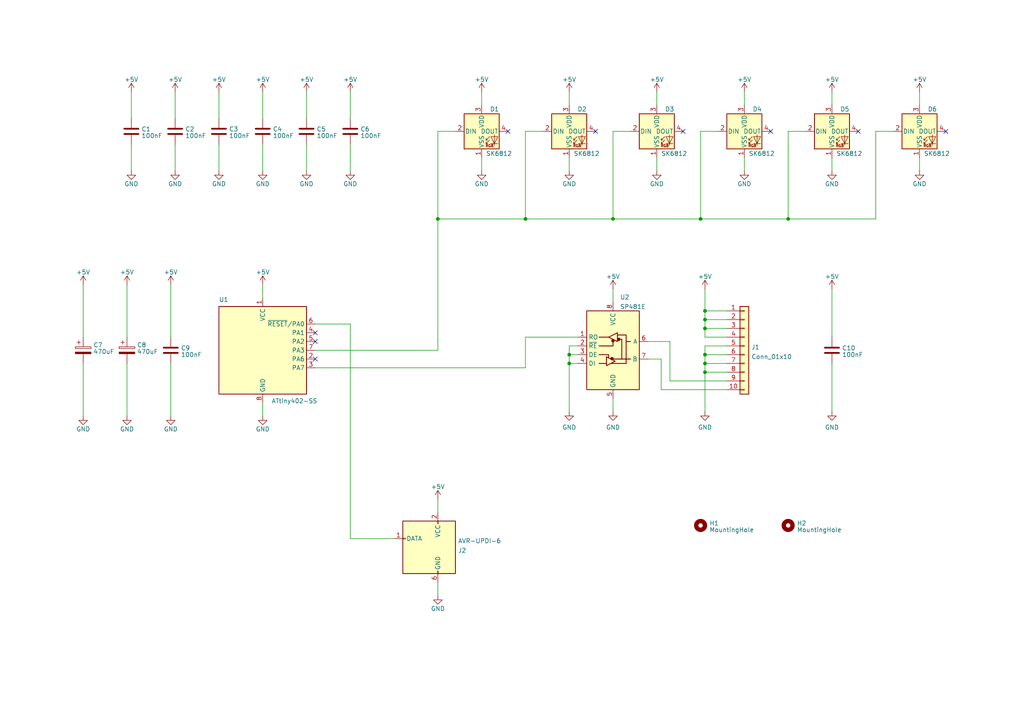
<source format=kicad_sch>
(kicad_sch (version 20230121) (generator eeschema)

  (uuid e63e39d7-6ac0-4ffd-8aa3-1841a4541b55)

  (paper "A4")

  (lib_symbols
    (symbol "Connector:AVR-UPDI-6" (pin_names (offset 1.016)) (in_bom yes) (on_board yes)
      (property "Reference" "J" (at -6.35 8.89 0)
        (effects (font (size 1.27 1.27)) (justify left))
      )
      (property "Value" "AVR-UPDI-6" (at 0 8.89 0)
        (effects (font (size 1.27 1.27)) (justify left))
      )
      (property "Footprint" "" (at -6.35 -1.27 90)
        (effects (font (size 1.27 1.27)) hide)
      )
      (property "Datasheet" "https://www.microchip.com/webdoc/GUID-9D10622A-5C16-4405-B092-1BDD437B4976/index.html?GUID-9B349315-2842-4189-B88C-49F4E1055D7F" (at -32.385 -13.97 0)
        (effects (font (size 1.27 1.27)) hide)
      )
      (property "ki_keywords" "AVR UPDI Connector" (at 0 0 0)
        (effects (font (size 1.27 1.27)) hide)
      )
      (property "ki_description" "Atmel 6-pin UPDI connector" (at 0 0 0)
        (effects (font (size 1.27 1.27)) hide)
      )
      (property "ki_fp_filters" "IDC?Header*2x03* Pin?Header*2x03*" (at 0 0 0)
        (effects (font (size 1.27 1.27)) hide)
      )
      (symbol "AVR-UPDI-6_0_1"
        (rectangle (start -2.667 -6.858) (end -2.413 -7.62)
          (stroke (width 0) (type default))
          (fill (type none))
        )
        (rectangle (start -2.667 7.62) (end -2.413 6.858)
          (stroke (width 0) (type default))
          (fill (type none))
        )
        (rectangle (start 7.62 2.667) (end 6.858 2.413)
          (stroke (width 0) (type default))
          (fill (type none))
        )
        (rectangle (start 7.62 7.62) (end -7.62 -7.62)
          (stroke (width 0.254) (type default))
          (fill (type background))
        )
      )
      (symbol "AVR-UPDI-6_1_1"
        (pin passive line (at 10.16 2.54 180) (length 2.54)
          (name "DATA" (effects (font (size 1.27 1.27))))
          (number "1" (effects (font (size 1.27 1.27))))
        )
        (pin passive line (at -2.54 10.16 270) (length 2.54)
          (name "VCC" (effects (font (size 1.27 1.27))))
          (number "2" (effects (font (size 1.27 1.27))))
        )
        (pin no_connect line (at 7.62 0 180) (length 2.54) hide
          (name "NC" (effects (font (size 1.27 1.27))))
          (number "3" (effects (font (size 1.27 1.27))))
        )
        (pin no_connect line (at 7.62 -2.54 180) (length 2.54) hide
          (name "NC" (effects (font (size 1.27 1.27))))
          (number "4" (effects (font (size 1.27 1.27))))
        )
        (pin no_connect line (at 7.62 -5.08 180) (length 2.54) hide
          (name "NC" (effects (font (size 1.27 1.27))))
          (number "5" (effects (font (size 1.27 1.27))))
        )
        (pin passive line (at -2.54 -10.16 90) (length 2.54)
          (name "GND" (effects (font (size 1.27 1.27))))
          (number "6" (effects (font (size 1.27 1.27))))
        )
      )
    )
    (symbol "Connector_Generic:Conn_01x10" (pin_names (offset 1.016) hide) (in_bom yes) (on_board yes)
      (property "Reference" "J" (at 0 12.7 0)
        (effects (font (size 1.27 1.27)))
      )
      (property "Value" "Conn_01x10" (at 0 -15.24 0)
        (effects (font (size 1.27 1.27)))
      )
      (property "Footprint" "" (at 0 0 0)
        (effects (font (size 1.27 1.27)) hide)
      )
      (property "Datasheet" "~" (at 0 0 0)
        (effects (font (size 1.27 1.27)) hide)
      )
      (property "ki_keywords" "connector" (at 0 0 0)
        (effects (font (size 1.27 1.27)) hide)
      )
      (property "ki_description" "Generic connector, single row, 01x10, script generated (kicad-library-utils/schlib/autogen/connector/)" (at 0 0 0)
        (effects (font (size 1.27 1.27)) hide)
      )
      (property "ki_fp_filters" "Connector*:*_1x??_*" (at 0 0 0)
        (effects (font (size 1.27 1.27)) hide)
      )
      (symbol "Conn_01x10_1_1"
        (rectangle (start -1.27 -12.573) (end 0 -12.827)
          (stroke (width 0.1524) (type default))
          (fill (type none))
        )
        (rectangle (start -1.27 -10.033) (end 0 -10.287)
          (stroke (width 0.1524) (type default))
          (fill (type none))
        )
        (rectangle (start -1.27 -7.493) (end 0 -7.747)
          (stroke (width 0.1524) (type default))
          (fill (type none))
        )
        (rectangle (start -1.27 -4.953) (end 0 -5.207)
          (stroke (width 0.1524) (type default))
          (fill (type none))
        )
        (rectangle (start -1.27 -2.413) (end 0 -2.667)
          (stroke (width 0.1524) (type default))
          (fill (type none))
        )
        (rectangle (start -1.27 0.127) (end 0 -0.127)
          (stroke (width 0.1524) (type default))
          (fill (type none))
        )
        (rectangle (start -1.27 2.667) (end 0 2.413)
          (stroke (width 0.1524) (type default))
          (fill (type none))
        )
        (rectangle (start -1.27 5.207) (end 0 4.953)
          (stroke (width 0.1524) (type default))
          (fill (type none))
        )
        (rectangle (start -1.27 7.747) (end 0 7.493)
          (stroke (width 0.1524) (type default))
          (fill (type none))
        )
        (rectangle (start -1.27 10.287) (end 0 10.033)
          (stroke (width 0.1524) (type default))
          (fill (type none))
        )
        (rectangle (start -1.27 11.43) (end 1.27 -13.97)
          (stroke (width 0.254) (type default))
          (fill (type background))
        )
        (pin passive line (at -5.08 10.16 0) (length 3.81)
          (name "Pin_1" (effects (font (size 1.27 1.27))))
          (number "1" (effects (font (size 1.27 1.27))))
        )
        (pin passive line (at -5.08 -12.7 0) (length 3.81)
          (name "Pin_10" (effects (font (size 1.27 1.27))))
          (number "10" (effects (font (size 1.27 1.27))))
        )
        (pin passive line (at -5.08 7.62 0) (length 3.81)
          (name "Pin_2" (effects (font (size 1.27 1.27))))
          (number "2" (effects (font (size 1.27 1.27))))
        )
        (pin passive line (at -5.08 5.08 0) (length 3.81)
          (name "Pin_3" (effects (font (size 1.27 1.27))))
          (number "3" (effects (font (size 1.27 1.27))))
        )
        (pin passive line (at -5.08 2.54 0) (length 3.81)
          (name "Pin_4" (effects (font (size 1.27 1.27))))
          (number "4" (effects (font (size 1.27 1.27))))
        )
        (pin passive line (at -5.08 0 0) (length 3.81)
          (name "Pin_5" (effects (font (size 1.27 1.27))))
          (number "5" (effects (font (size 1.27 1.27))))
        )
        (pin passive line (at -5.08 -2.54 0) (length 3.81)
          (name "Pin_6" (effects (font (size 1.27 1.27))))
          (number "6" (effects (font (size 1.27 1.27))))
        )
        (pin passive line (at -5.08 -5.08 0) (length 3.81)
          (name "Pin_7" (effects (font (size 1.27 1.27))))
          (number "7" (effects (font (size 1.27 1.27))))
        )
        (pin passive line (at -5.08 -7.62 0) (length 3.81)
          (name "Pin_8" (effects (font (size 1.27 1.27))))
          (number "8" (effects (font (size 1.27 1.27))))
        )
        (pin passive line (at -5.08 -10.16 0) (length 3.81)
          (name "Pin_9" (effects (font (size 1.27 1.27))))
          (number "9" (effects (font (size 1.27 1.27))))
        )
      )
    )
    (symbol "Device:C" (pin_numbers hide) (pin_names (offset 0.254)) (in_bom yes) (on_board yes)
      (property "Reference" "C" (at 0.635 2.54 0)
        (effects (font (size 1.27 1.27)) (justify left))
      )
      (property "Value" "C" (at 0.635 -2.54 0)
        (effects (font (size 1.27 1.27)) (justify left))
      )
      (property "Footprint" "" (at 0.9652 -3.81 0)
        (effects (font (size 1.27 1.27)) hide)
      )
      (property "Datasheet" "~" (at 0 0 0)
        (effects (font (size 1.27 1.27)) hide)
      )
      (property "ki_keywords" "cap capacitor" (at 0 0 0)
        (effects (font (size 1.27 1.27)) hide)
      )
      (property "ki_description" "Unpolarized capacitor" (at 0 0 0)
        (effects (font (size 1.27 1.27)) hide)
      )
      (property "ki_fp_filters" "C_*" (at 0 0 0)
        (effects (font (size 1.27 1.27)) hide)
      )
      (symbol "C_0_1"
        (polyline
          (pts
            (xy -2.032 -0.762)
            (xy 2.032 -0.762)
          )
          (stroke (width 0.508) (type default))
          (fill (type none))
        )
        (polyline
          (pts
            (xy -2.032 0.762)
            (xy 2.032 0.762)
          )
          (stroke (width 0.508) (type default))
          (fill (type none))
        )
      )
      (symbol "C_1_1"
        (pin passive line (at 0 3.81 270) (length 2.794)
          (name "~" (effects (font (size 1.27 1.27))))
          (number "1" (effects (font (size 1.27 1.27))))
        )
        (pin passive line (at 0 -3.81 90) (length 2.794)
          (name "~" (effects (font (size 1.27 1.27))))
          (number "2" (effects (font (size 1.27 1.27))))
        )
      )
    )
    (symbol "Device:C_Polarized" (pin_numbers hide) (pin_names (offset 0.254)) (in_bom yes) (on_board yes)
      (property "Reference" "C" (at 0.635 2.54 0)
        (effects (font (size 1.27 1.27)) (justify left))
      )
      (property "Value" "C_Polarized" (at 0.635 -2.54 0)
        (effects (font (size 1.27 1.27)) (justify left))
      )
      (property "Footprint" "" (at 0.9652 -3.81 0)
        (effects (font (size 1.27 1.27)) hide)
      )
      (property "Datasheet" "~" (at 0 0 0)
        (effects (font (size 1.27 1.27)) hide)
      )
      (property "ki_keywords" "cap capacitor" (at 0 0 0)
        (effects (font (size 1.27 1.27)) hide)
      )
      (property "ki_description" "Polarized capacitor" (at 0 0 0)
        (effects (font (size 1.27 1.27)) hide)
      )
      (property "ki_fp_filters" "CP_*" (at 0 0 0)
        (effects (font (size 1.27 1.27)) hide)
      )
      (symbol "C_Polarized_0_1"
        (rectangle (start -2.286 0.508) (end 2.286 1.016)
          (stroke (width 0) (type default))
          (fill (type none))
        )
        (polyline
          (pts
            (xy -1.778 2.286)
            (xy -0.762 2.286)
          )
          (stroke (width 0) (type default))
          (fill (type none))
        )
        (polyline
          (pts
            (xy -1.27 2.794)
            (xy -1.27 1.778)
          )
          (stroke (width 0) (type default))
          (fill (type none))
        )
        (rectangle (start 2.286 -0.508) (end -2.286 -1.016)
          (stroke (width 0) (type default))
          (fill (type outline))
        )
      )
      (symbol "C_Polarized_1_1"
        (pin passive line (at 0 3.81 270) (length 2.794)
          (name "~" (effects (font (size 1.27 1.27))))
          (number "1" (effects (font (size 1.27 1.27))))
        )
        (pin passive line (at 0 -3.81 90) (length 2.794)
          (name "~" (effects (font (size 1.27 1.27))))
          (number "2" (effects (font (size 1.27 1.27))))
        )
      )
    )
    (symbol "LED:SK6812" (pin_names (offset 0.254)) (in_bom yes) (on_board yes)
      (property "Reference" "D" (at 5.08 5.715 0)
        (effects (font (size 1.27 1.27)) (justify right bottom))
      )
      (property "Value" "SK6812" (at 1.27 -5.715 0)
        (effects (font (size 1.27 1.27)) (justify left top))
      )
      (property "Footprint" "LED_SMD:LED_SK6812_PLCC4_5.0x5.0mm_P3.2mm" (at 1.27 -7.62 0)
        (effects (font (size 1.27 1.27)) (justify left top) hide)
      )
      (property "Datasheet" "https://cdn-shop.adafruit.com/product-files/1138/SK6812+LED+datasheet+.pdf" (at 2.54 -9.525 0)
        (effects (font (size 1.27 1.27)) (justify left top) hide)
      )
      (property "ki_keywords" "RGB LED NeoPixel addressable" (at 0 0 0)
        (effects (font (size 1.27 1.27)) hide)
      )
      (property "ki_description" "RGB LED with integrated controller" (at 0 0 0)
        (effects (font (size 1.27 1.27)) hide)
      )
      (property "ki_fp_filters" "LED*SK6812*PLCC*5.0x5.0mm*P3.2mm*" (at 0 0 0)
        (effects (font (size 1.27 1.27)) hide)
      )
      (symbol "SK6812_0_0"
        (text "RGB" (at 2.286 -4.191 0)
          (effects (font (size 0.762 0.762)))
        )
      )
      (symbol "SK6812_0_1"
        (polyline
          (pts
            (xy 1.27 -3.556)
            (xy 1.778 -3.556)
          )
          (stroke (width 0) (type default))
          (fill (type none))
        )
        (polyline
          (pts
            (xy 1.27 -2.54)
            (xy 1.778 -2.54)
          )
          (stroke (width 0) (type default))
          (fill (type none))
        )
        (polyline
          (pts
            (xy 4.699 -3.556)
            (xy 2.667 -3.556)
          )
          (stroke (width 0) (type default))
          (fill (type none))
        )
        (polyline
          (pts
            (xy 2.286 -2.54)
            (xy 1.27 -3.556)
            (xy 1.27 -3.048)
          )
          (stroke (width 0) (type default))
          (fill (type none))
        )
        (polyline
          (pts
            (xy 2.286 -1.524)
            (xy 1.27 -2.54)
            (xy 1.27 -2.032)
          )
          (stroke (width 0) (type default))
          (fill (type none))
        )
        (polyline
          (pts
            (xy 3.683 -1.016)
            (xy 3.683 -3.556)
            (xy 3.683 -4.064)
          )
          (stroke (width 0) (type default))
          (fill (type none))
        )
        (polyline
          (pts
            (xy 4.699 -1.524)
            (xy 2.667 -1.524)
            (xy 3.683 -3.556)
            (xy 4.699 -1.524)
          )
          (stroke (width 0) (type default))
          (fill (type none))
        )
        (rectangle (start 5.08 5.08) (end -5.08 -5.08)
          (stroke (width 0.254) (type default))
          (fill (type background))
        )
      )
      (symbol "SK6812_1_1"
        (pin power_in line (at 0 -7.62 90) (length 2.54)
          (name "VSS" (effects (font (size 1.27 1.27))))
          (number "1" (effects (font (size 1.27 1.27))))
        )
        (pin input line (at -7.62 0 0) (length 2.54)
          (name "DIN" (effects (font (size 1.27 1.27))))
          (number "2" (effects (font (size 1.27 1.27))))
        )
        (pin power_in line (at 0 7.62 270) (length 2.54)
          (name "VDD" (effects (font (size 1.27 1.27))))
          (number "3" (effects (font (size 1.27 1.27))))
        )
        (pin output line (at 7.62 0 180) (length 2.54)
          (name "DOUT" (effects (font (size 1.27 1.27))))
          (number "4" (effects (font (size 1.27 1.27))))
        )
      )
    )
    (symbol "MCU_Microchip_ATtiny:ATtiny402-SS" (in_bom yes) (on_board yes)
      (property "Reference" "U" (at -12.7 13.97 0)
        (effects (font (size 1.27 1.27)) (justify left bottom))
      )
      (property "Value" "ATtiny402-SS" (at 2.54 -13.97 0)
        (effects (font (size 1.27 1.27)) (justify left top))
      )
      (property "Footprint" "Package_SO:SOIC-8_3.9x4.9mm_P1.27mm" (at 0 0 0)
        (effects (font (size 1.27 1.27) italic) hide)
      )
      (property "Datasheet" "http://ww1.microchip.com/downloads/en/DeviceDoc/ATtiny202-402-AVR-MCU-with-Core-Independent-Peripherals_and-picoPower-40001969A.pdf" (at 0 0 0)
        (effects (font (size 1.27 1.27)) hide)
      )
      (property "ki_keywords" "AVR 8bit Microcontroller tinyAVR" (at 0 0 0)
        (effects (font (size 1.27 1.27)) hide)
      )
      (property "ki_description" "20MHz, 4kB Flash, 256B SRAM, 128B EEPROM, SOIC-8" (at 0 0 0)
        (effects (font (size 1.27 1.27)) hide)
      )
      (property "ki_fp_filters" "SOIC*3.9x4.9mm*P1.27mm*" (at 0 0 0)
        (effects (font (size 1.27 1.27)) hide)
      )
      (symbol "ATtiny402-SS_0_1"
        (rectangle (start -12.7 -12.7) (end 12.7 12.7)
          (stroke (width 0.254) (type default))
          (fill (type background))
        )
      )
      (symbol "ATtiny402-SS_1_1"
        (pin power_in line (at 0 15.24 270) (length 2.54)
          (name "VCC" (effects (font (size 1.27 1.27))))
          (number "1" (effects (font (size 1.27 1.27))))
        )
        (pin bidirectional line (at 15.24 -2.54 180) (length 2.54)
          (name "PA6" (effects (font (size 1.27 1.27))))
          (number "2" (effects (font (size 1.27 1.27))))
        )
        (pin bidirectional line (at 15.24 -5.08 180) (length 2.54)
          (name "PA7" (effects (font (size 1.27 1.27))))
          (number "3" (effects (font (size 1.27 1.27))))
        )
        (pin bidirectional line (at 15.24 5.08 180) (length 2.54)
          (name "PA1" (effects (font (size 1.27 1.27))))
          (number "4" (effects (font (size 1.27 1.27))))
        )
        (pin bidirectional line (at 15.24 2.54 180) (length 2.54)
          (name "PA2" (effects (font (size 1.27 1.27))))
          (number "5" (effects (font (size 1.27 1.27))))
        )
        (pin bidirectional line (at 15.24 7.62 180) (length 2.54)
          (name "~{RESET}/PA0" (effects (font (size 1.27 1.27))))
          (number "6" (effects (font (size 1.27 1.27))))
        )
        (pin bidirectional line (at 15.24 0 180) (length 2.54)
          (name "PA3" (effects (font (size 1.27 1.27))))
          (number "7" (effects (font (size 1.27 1.27))))
        )
        (pin power_in line (at 0 -15.24 90) (length 2.54)
          (name "GND" (effects (font (size 1.27 1.27))))
          (number "8" (effects (font (size 1.27 1.27))))
        )
      )
    )
    (symbol "Mechanical:MountingHole" (pin_names (offset 1.016)) (in_bom yes) (on_board yes)
      (property "Reference" "H" (at 0 5.08 0)
        (effects (font (size 1.27 1.27)))
      )
      (property "Value" "MountingHole" (at 0 3.175 0)
        (effects (font (size 1.27 1.27)))
      )
      (property "Footprint" "" (at 0 0 0)
        (effects (font (size 1.27 1.27)) hide)
      )
      (property "Datasheet" "~" (at 0 0 0)
        (effects (font (size 1.27 1.27)) hide)
      )
      (property "ki_keywords" "mounting hole" (at 0 0 0)
        (effects (font (size 1.27 1.27)) hide)
      )
      (property "ki_description" "Mounting Hole without connection" (at 0 0 0)
        (effects (font (size 1.27 1.27)) hide)
      )
      (property "ki_fp_filters" "MountingHole*" (at 0 0 0)
        (effects (font (size 1.27 1.27)) hide)
      )
      (symbol "MountingHole_0_1"
        (circle (center 0 0) (radius 1.27)
          (stroke (width 1.27) (type default))
          (fill (type none))
        )
      )
    )
    (symbol "kiu:SP481E" (in_bom yes) (on_board yes)
      (property "Reference" "U" (at 3.81 12.7 0)
        (effects (font (size 1.27 1.27)))
      )
      (property "Value" "SP481E" (at 7.62 -12.7 0)
        (effects (font (size 1.27 1.27)) (justify right))
      )
      (property "Footprint" "" (at 0 0 0)
        (effects (font (size 1.27 1.27)) hide)
      )
      (property "Datasheet" "" (at 0 0 0)
        (effects (font (size 1.27 1.27)) hide)
      )
      (symbol "SP481E_0_1"
        (rectangle (start -7.62 11.43) (end 7.62 -11.43)
          (stroke (width 0.254) (type default))
          (fill (type background))
        )
        (circle (center -0.3048 -2.413) (radius 0.3556)
          (stroke (width 0.254) (type default))
          (fill (type outline))
        )
        (circle (center -0.0254 2.7686) (radius 0.3556)
          (stroke (width 0.254) (type default))
          (fill (type outline))
        )
        (polyline
          (pts
            (xy -4.064 -3.81)
            (xy -1.905 -3.81)
          )
          (stroke (width 0.254) (type default))
          (fill (type none))
        )
        (polyline
          (pts
            (xy -4.064 3.81)
            (xy -1.27 3.81)
          )
          (stroke (width 0.254) (type default))
          (fill (type none))
        )
        (polyline
          (pts
            (xy -1.27 -1.9304)
            (xy -1.27 -2.1844)
          )
          (stroke (width 0.254) (type default))
          (fill (type none))
        )
        (polyline
          (pts
            (xy -0.635 -3.81)
            (xy 3.81 -3.81)
          )
          (stroke (width 0.254) (type default))
          (fill (type none))
        )
        (polyline
          (pts
            (xy 1.27 3.175)
            (xy 2.54 3.175)
          )
          (stroke (width 0.254) (type default))
          (fill (type none))
        )
        (polyline
          (pts
            (xy 2.54 -2.54)
            (xy 5.08 -2.54)
          )
          (stroke (width 0.254) (type default))
          (fill (type none))
        )
        (polyline
          (pts
            (xy 3.81 2.54)
            (xy 5.08 2.54)
          )
          (stroke (width 0.254) (type default))
          (fill (type none))
        )
        (polyline
          (pts
            (xy -4.064 -1.27)
            (xy -1.27 -1.27)
            (xy -1.27 -1.905)
          )
          (stroke (width 0.254) (type default))
          (fill (type none))
        )
        (polyline
          (pts
            (xy 0 2.54)
            (xy 0 1.27)
            (xy -4.064 1.27)
          )
          (stroke (width 0.254) (type default))
          (fill (type none))
        )
        (polyline
          (pts
            (xy 1.27 4.445)
            (xy 3.81 4.445)
            (xy 3.81 -3.81)
          )
          (stroke (width 0.254) (type default))
          (fill (type none))
        )
        (polyline
          (pts
            (xy 2.54 3.175)
            (xy 2.54 -2.54)
            (xy 0 -2.54)
          )
          (stroke (width 0.254) (type default))
          (fill (type none))
        )
        (polyline
          (pts
            (xy -1.905 -1.905)
            (xy -1.905 -4.445)
            (xy 0.635 -3.175)
            (xy -1.905 -1.905)
          )
          (stroke (width 0.254) (type default))
          (fill (type none))
        )
        (polyline
          (pts
            (xy -1.27 3.81)
            (xy 1.27 5.08)
            (xy 1.27 2.54)
            (xy -1.27 3.81)
          )
          (stroke (width 0.254) (type default))
          (fill (type none))
        )
        (rectangle (start 1.27 4.445) (end 1.27 4.445)
          (stroke (width 0) (type default))
          (fill (type none))
        )
        (circle (center 1.651 3.175) (radius 0.3556)
          (stroke (width 0.254) (type default))
          (fill (type outline))
        )
      )
      (symbol "SP481E_1_1"
        (pin output line (at -10.16 3.81 0) (length 2.54)
          (name "RO" (effects (font (size 1.27 1.27))))
          (number "1" (effects (font (size 1.27 1.27))))
        )
        (pin input line (at -10.16 1.27 0) (length 2.54)
          (name "~{RE}" (effects (font (size 1.27 1.27))))
          (number "2" (effects (font (size 1.27 1.27))))
        )
        (pin input line (at -10.16 -1.27 0) (length 2.54)
          (name "DE" (effects (font (size 1.27 1.27))))
          (number "3" (effects (font (size 1.27 1.27))))
        )
        (pin input line (at -10.16 -3.81 0) (length 2.54)
          (name "DI" (effects (font (size 1.27 1.27))))
          (number "4" (effects (font (size 1.27 1.27))))
        )
        (pin power_in line (at 0 -13.97 90) (length 2.54)
          (name "GND" (effects (font (size 1.27 1.27))))
          (number "5" (effects (font (size 1.27 1.27))))
        )
        (pin bidirectional line (at 10.16 2.54 180) (length 2.54)
          (name "A" (effects (font (size 1.27 1.27))))
          (number "6" (effects (font (size 1.27 1.27))))
        )
        (pin bidirectional line (at 10.16 -2.54 180) (length 2.54)
          (name "B" (effects (font (size 1.27 1.27))))
          (number "7" (effects (font (size 1.27 1.27))))
        )
        (pin power_in line (at 0 13.97 270) (length 2.54)
          (name "VCC" (effects (font (size 1.27 1.27))))
          (number "8" (effects (font (size 1.27 1.27))))
        )
      )
    )
    (symbol "power:+5V" (power) (pin_names (offset 0)) (in_bom yes) (on_board yes)
      (property "Reference" "#PWR" (at 0 -3.81 0)
        (effects (font (size 1.27 1.27)) hide)
      )
      (property "Value" "+5V" (at 0 3.556 0)
        (effects (font (size 1.27 1.27)))
      )
      (property "Footprint" "" (at 0 0 0)
        (effects (font (size 1.27 1.27)) hide)
      )
      (property "Datasheet" "" (at 0 0 0)
        (effects (font (size 1.27 1.27)) hide)
      )
      (property "ki_keywords" "global power" (at 0 0 0)
        (effects (font (size 1.27 1.27)) hide)
      )
      (property "ki_description" "Power symbol creates a global label with name \"+5V\"" (at 0 0 0)
        (effects (font (size 1.27 1.27)) hide)
      )
      (symbol "+5V_0_1"
        (polyline
          (pts
            (xy -0.762 1.27)
            (xy 0 2.54)
          )
          (stroke (width 0) (type default))
          (fill (type none))
        )
        (polyline
          (pts
            (xy 0 0)
            (xy 0 2.54)
          )
          (stroke (width 0) (type default))
          (fill (type none))
        )
        (polyline
          (pts
            (xy 0 2.54)
            (xy 0.762 1.27)
          )
          (stroke (width 0) (type default))
          (fill (type none))
        )
      )
      (symbol "+5V_1_1"
        (pin power_in line (at 0 0 90) (length 0) hide
          (name "+5V" (effects (font (size 1.27 1.27))))
          (number "1" (effects (font (size 1.27 1.27))))
        )
      )
    )
    (symbol "power:GND" (power) (pin_names (offset 0)) (in_bom yes) (on_board yes)
      (property "Reference" "#PWR" (at 0 -6.35 0)
        (effects (font (size 1.27 1.27)) hide)
      )
      (property "Value" "GND" (at 0 -3.81 0)
        (effects (font (size 1.27 1.27)))
      )
      (property "Footprint" "" (at 0 0 0)
        (effects (font (size 1.27 1.27)) hide)
      )
      (property "Datasheet" "" (at 0 0 0)
        (effects (font (size 1.27 1.27)) hide)
      )
      (property "ki_keywords" "global power" (at 0 0 0)
        (effects (font (size 1.27 1.27)) hide)
      )
      (property "ki_description" "Power symbol creates a global label with name \"GND\" , ground" (at 0 0 0)
        (effects (font (size 1.27 1.27)) hide)
      )
      (symbol "GND_0_1"
        (polyline
          (pts
            (xy 0 0)
            (xy 0 -1.27)
            (xy 1.27 -1.27)
            (xy 0 -2.54)
            (xy -1.27 -1.27)
            (xy 0 -1.27)
          )
          (stroke (width 0) (type default))
          (fill (type none))
        )
      )
      (symbol "GND_1_1"
        (pin power_in line (at 0 0 270) (length 0) hide
          (name "GND" (effects (font (size 1.27 1.27))))
          (number "1" (effects (font (size 1.27 1.27))))
        )
      )
    )
  )

  (junction (at 152.4 63.5) (diameter 0) (color 0 0 0 0)
    (uuid 023cb1b9-a8e8-4076-b549-a13861727420)
  )
  (junction (at 177.8 63.5) (diameter 0) (color 0 0 0 0)
    (uuid 1aab047b-5fc3-4893-8d99-23e0c01d5a89)
  )
  (junction (at 204.47 90.17) (diameter 0) (color 0 0 0 0)
    (uuid 2063729e-eba6-4baa-8b6f-d82e862dc035)
  )
  (junction (at 204.47 102.87) (diameter 0) (color 0 0 0 0)
    (uuid 210b4586-7fb1-453c-a012-150951ba2378)
  )
  (junction (at 127 63.5) (diameter 0) (color 0 0 0 0)
    (uuid 4119f4ca-fe4f-475d-99e9-16a841c2379a)
  )
  (junction (at 204.47 95.25) (diameter 0) (color 0 0 0 0)
    (uuid 4717d0fe-4403-41d8-b34e-f32ad0c89ac4)
  )
  (junction (at 165.1 102.87) (diameter 0) (color 0 0 0 0)
    (uuid 80bb04a2-d42a-46d4-a330-47cb1ed93a63)
  )
  (junction (at 165.1 105.41) (diameter 0) (color 0 0 0 0)
    (uuid 8f0227c3-8242-4fc0-90b5-80d581bddba1)
  )
  (junction (at 228.6 63.5) (diameter 0) (color 0 0 0 0)
    (uuid 99d63c1c-df17-49d5-b1a9-9aa3de9a3f22)
  )
  (junction (at 204.47 92.71) (diameter 0) (color 0 0 0 0)
    (uuid a623a541-6c5f-4a82-a0ec-79f85b6b21ef)
  )
  (junction (at 204.47 105.41) (diameter 0) (color 0 0 0 0)
    (uuid b44b23f0-bd88-4300-979d-37f303b9f6a0)
  )
  (junction (at 203.2 63.5) (diameter 0) (color 0 0 0 0)
    (uuid b9f88eb9-138b-4cfa-a51c-11e0253dbb58)
  )
  (junction (at 204.47 107.95) (diameter 0) (color 0 0 0 0)
    (uuid de4e28a4-f0a0-4ef4-a0e6-d72af2d37a67)
  )

  (no_connect (at 223.52 38.1) (uuid 1110fa2e-4319-4a75-a99f-1206edda07e2))
  (no_connect (at 91.44 99.06) (uuid 43c88a60-cb42-4d3e-b027-3a1acac2b10b))
  (no_connect (at 274.32 38.1) (uuid 5fb16f8d-eb1b-45ab-9b5a-42c68ca152b5))
  (no_connect (at 147.32 38.1) (uuid 9c14267f-6955-4cc5-8c22-dcfb61b20167))
  (no_connect (at 248.92 38.1) (uuid ba034257-9c5f-48d2-bf0b-f55defc5684f))
  (no_connect (at 172.72 38.1) (uuid c09b6e87-c0ab-4bea-97e9-9f17474df326))
  (no_connect (at 91.44 104.14) (uuid c553970b-38b9-48c0-bcb6-1d109d6190ff))
  (no_connect (at 91.44 96.52) (uuid db755903-df5e-4a2c-963a-becd79dc86cf))
  (no_connect (at 198.12 38.1) (uuid fc2c10a7-5ffc-4ebf-ae6b-2295c77dc603))

  (wire (pts (xy 215.9 45.72) (xy 215.9 49.53))
    (stroke (width 0) (type default))
    (uuid 01fed917-2bf6-4f12-84a9-735bf9b1a135)
  )
  (wire (pts (xy 152.4 38.1) (xy 157.48 38.1))
    (stroke (width 0) (type default))
    (uuid 056283bc-8324-419c-85cb-4c3d78ae0b74)
  )
  (wire (pts (xy 127 144.78) (xy 127 148.59))
    (stroke (width 0) (type default))
    (uuid 07a13e75-12eb-42c3-b240-eddfab143742)
  )
  (wire (pts (xy 204.47 90.17) (xy 204.47 92.71))
    (stroke (width 0) (type default))
    (uuid 07a4b2ac-9f11-447e-964e-4a11322b93e4)
  )
  (wire (pts (xy 204.47 102.87) (xy 204.47 105.41))
    (stroke (width 0) (type default))
    (uuid 07c4c238-6403-4327-b6d6-e3cef522d132)
  )
  (wire (pts (xy 165.1 102.87) (xy 165.1 105.41))
    (stroke (width 0) (type default))
    (uuid 09efb964-60aa-4958-927a-864d7c24ce21)
  )
  (wire (pts (xy 215.9 26.67) (xy 215.9 30.48))
    (stroke (width 0) (type default))
    (uuid 1295e6df-876d-430f-bf80-18c235d21db9)
  )
  (wire (pts (xy 254 63.5) (xy 254 38.1))
    (stroke (width 0) (type default))
    (uuid 132b3dc0-748e-438a-aab1-ae714b22ce68)
  )
  (wire (pts (xy 204.47 102.87) (xy 210.82 102.87))
    (stroke (width 0) (type default))
    (uuid 16730711-7f10-43a4-bfc6-446fa858de0e)
  )
  (wire (pts (xy 50.8 41.91) (xy 50.8 49.53))
    (stroke (width 0) (type default))
    (uuid 193c4177-81fd-4460-bc9b-42cb077360ea)
  )
  (wire (pts (xy 24.13 82.55) (xy 24.13 97.79))
    (stroke (width 0) (type default))
    (uuid 19e676d4-390d-4af9-9498-331f5a73cab4)
  )
  (wire (pts (xy 187.96 99.06) (xy 194.31 99.06))
    (stroke (width 0) (type default))
    (uuid 1a3b3ac1-1149-4af0-88a5-7f64e33c4898)
  )
  (wire (pts (xy 266.7 26.67) (xy 266.7 30.48))
    (stroke (width 0) (type default))
    (uuid 1adeaaf6-88e1-476a-98e1-7a1af31c6ea7)
  )
  (wire (pts (xy 190.5 26.67) (xy 190.5 30.48))
    (stroke (width 0) (type default))
    (uuid 1bc83899-5229-498e-aa33-04f2dd909a3a)
  )
  (wire (pts (xy 132.08 38.1) (xy 127 38.1))
    (stroke (width 0) (type default))
    (uuid 1c3b4867-8971-4ee0-92f2-deb2dbaaba63)
  )
  (wire (pts (xy 165.1 100.33) (xy 165.1 102.87))
    (stroke (width 0) (type default))
    (uuid 1ebc3cc9-db33-4a34-9728-0a83b690bb2c)
  )
  (wire (pts (xy 204.47 105.41) (xy 204.47 107.95))
    (stroke (width 0) (type default))
    (uuid 230e039b-1200-49f4-9764-81cfdd0b465a)
  )
  (wire (pts (xy 36.83 105.41) (xy 36.83 120.65))
    (stroke (width 0) (type default))
    (uuid 23ba861e-e909-46cc-be6d-39757f1e738a)
  )
  (wire (pts (xy 204.47 107.95) (xy 204.47 119.38))
    (stroke (width 0) (type default))
    (uuid 29ca74a9-08cf-437e-b976-0ab15a83e98e)
  )
  (wire (pts (xy 63.5 41.91) (xy 63.5 49.53))
    (stroke (width 0) (type default))
    (uuid 31712439-facd-4376-9b1a-4f0ab276f421)
  )
  (wire (pts (xy 76.2 82.55) (xy 76.2 86.36))
    (stroke (width 0) (type default))
    (uuid 35511fe2-42fd-4b35-9d54-15a712518634)
  )
  (wire (pts (xy 127 63.5) (xy 152.4 63.5))
    (stroke (width 0) (type default))
    (uuid 35dc577d-3af8-47d0-92c3-f8e353d05211)
  )
  (wire (pts (xy 204.47 92.71) (xy 210.82 92.71))
    (stroke (width 0) (type default))
    (uuid 3903491a-81fe-4388-bfed-3194999660b5)
  )
  (wire (pts (xy 210.82 97.79) (xy 204.47 97.79))
    (stroke (width 0) (type default))
    (uuid 39597e81-f70e-461a-8b54-a3cbec89ae00)
  )
  (wire (pts (xy 101.6 41.91) (xy 101.6 49.53))
    (stroke (width 0) (type default))
    (uuid 3a19f3b6-3089-4c19-b92f-245bd92376b2)
  )
  (wire (pts (xy 190.5 45.72) (xy 190.5 49.53))
    (stroke (width 0) (type default))
    (uuid 3b3f6d72-8574-421d-838d-3d640103c2b8)
  )
  (wire (pts (xy 194.31 110.49) (xy 194.31 99.06))
    (stroke (width 0) (type default))
    (uuid 3d149919-51a7-4190-8da0-c6400f1ad8cf)
  )
  (wire (pts (xy 88.9 41.91) (xy 88.9 49.53))
    (stroke (width 0) (type default))
    (uuid 421d024e-1d86-43ef-92f7-c0aadc6fcbcf)
  )
  (wire (pts (xy 76.2 26.67) (xy 76.2 34.29))
    (stroke (width 0) (type default))
    (uuid 4740f3cc-3915-479a-921e-f23e898eed14)
  )
  (wire (pts (xy 241.3 105.41) (xy 241.3 119.38))
    (stroke (width 0) (type default))
    (uuid 5018486f-0e73-4b10-b770-32614e213230)
  )
  (wire (pts (xy 88.9 26.67) (xy 88.9 34.29))
    (stroke (width 0) (type default))
    (uuid 557b225a-b0d9-4614-bdf3-f4ec6ef89f94)
  )
  (wire (pts (xy 101.6 93.98) (xy 101.6 156.21))
    (stroke (width 0) (type default))
    (uuid 579edb92-dbcc-4da1-a42e-a7656b01414f)
  )
  (wire (pts (xy 204.47 83.82) (xy 204.47 90.17))
    (stroke (width 0) (type default))
    (uuid 58475425-b42f-4af3-9c27-3bfb381b9dbc)
  )
  (wire (pts (xy 165.1 26.67) (xy 165.1 30.48))
    (stroke (width 0) (type default))
    (uuid 5968bf51-f8cb-410a-8413-35552bc63278)
  )
  (wire (pts (xy 101.6 26.67) (xy 101.6 34.29))
    (stroke (width 0) (type default))
    (uuid 5d9a2257-8ff6-48d3-900a-faf2ee8ca040)
  )
  (wire (pts (xy 187.96 104.14) (xy 191.77 104.14))
    (stroke (width 0) (type default))
    (uuid 5f6b5c30-781a-4047-9227-2733b7cc980c)
  )
  (wire (pts (xy 204.47 107.95) (xy 210.82 107.95))
    (stroke (width 0) (type default))
    (uuid 62176864-d0cf-476b-8cca-51d4d8c36c5c)
  )
  (wire (pts (xy 139.7 26.67) (xy 139.7 30.48))
    (stroke (width 0) (type default))
    (uuid 628f554f-07cd-47c0-8480-60fd51fbb7a8)
  )
  (wire (pts (xy 50.8 26.67) (xy 50.8 34.29))
    (stroke (width 0) (type default))
    (uuid 642487fc-4e8a-40fb-8438-94a085b90ab1)
  )
  (wire (pts (xy 204.47 100.33) (xy 204.47 102.87))
    (stroke (width 0) (type default))
    (uuid 65e36e29-7a79-403a-a1b5-d40ad42edffb)
  )
  (wire (pts (xy 177.8 63.5) (xy 177.8 38.1))
    (stroke (width 0) (type default))
    (uuid 6849ac05-025e-41b7-b989-2820f627bb54)
  )
  (wire (pts (xy 76.2 41.91) (xy 76.2 49.53))
    (stroke (width 0) (type default))
    (uuid 6af35652-0e16-4381-a427-a1695c0cf6fa)
  )
  (wire (pts (xy 165.1 105.41) (xy 167.64 105.41))
    (stroke (width 0) (type default))
    (uuid 6cfe25c4-c974-4411-8772-a9c3a292da34)
  )
  (wire (pts (xy 49.53 105.41) (xy 49.53 120.65))
    (stroke (width 0) (type default))
    (uuid 6db894e2-2f1e-4e62-b79a-ac8322f350de)
  )
  (wire (pts (xy 152.4 106.68) (xy 152.4 97.79))
    (stroke (width 0) (type default))
    (uuid 6f8da924-c72e-473b-9604-6018eccc2bd5)
  )
  (wire (pts (xy 254 38.1) (xy 259.08 38.1))
    (stroke (width 0) (type default))
    (uuid 775fef6b-c00f-4fe7-b1c3-addf04006867)
  )
  (wire (pts (xy 177.8 38.1) (xy 182.88 38.1))
    (stroke (width 0) (type default))
    (uuid 783c7160-0450-4dbf-9645-8936f674a554)
  )
  (wire (pts (xy 204.47 97.79) (xy 204.47 95.25))
    (stroke (width 0) (type default))
    (uuid 790a19b0-516d-4651-b0b4-2f431397247f)
  )
  (wire (pts (xy 165.1 45.72) (xy 165.1 49.53))
    (stroke (width 0) (type default))
    (uuid 7a831297-7dcb-4cb5-8617-6469bffad46a)
  )
  (wire (pts (xy 127 38.1) (xy 127 63.5))
    (stroke (width 0) (type default))
    (uuid 84a33bb3-d321-4513-8171-0b92ef2576b6)
  )
  (wire (pts (xy 241.3 83.82) (xy 241.3 97.79))
    (stroke (width 0) (type default))
    (uuid 87dceb00-9222-412d-8a96-29995559113f)
  )
  (wire (pts (xy 49.53 82.55) (xy 49.53 97.79))
    (stroke (width 0) (type default))
    (uuid 8b8d1c19-7e41-48b6-a2e5-a466b9444f0a)
  )
  (wire (pts (xy 152.4 97.79) (xy 167.64 97.79))
    (stroke (width 0) (type default))
    (uuid 9047fc58-f0c8-4eda-b32c-6815329ac968)
  )
  (wire (pts (xy 165.1 102.87) (xy 167.64 102.87))
    (stroke (width 0) (type default))
    (uuid 91bc1c84-4713-450c-aac7-36dcd74799d3)
  )
  (wire (pts (xy 36.83 82.55) (xy 36.83 97.79))
    (stroke (width 0) (type default))
    (uuid 9933037c-7861-4676-859f-1fbbfe80861c)
  )
  (wire (pts (xy 63.5 26.67) (xy 63.5 34.29))
    (stroke (width 0) (type default))
    (uuid 9ca45473-66a2-4ee7-956f-2c5c24210e95)
  )
  (wire (pts (xy 24.13 105.41) (xy 24.13 120.65))
    (stroke (width 0) (type default))
    (uuid 9ce1b1ce-f03d-446c-aa4d-6b1b49327501)
  )
  (wire (pts (xy 167.64 100.33) (xy 165.1 100.33))
    (stroke (width 0) (type default))
    (uuid a3bd8ad2-6686-446c-af1a-8a593c8afd3d)
  )
  (wire (pts (xy 204.47 105.41) (xy 210.82 105.41))
    (stroke (width 0) (type default))
    (uuid a862cf8b-c453-47c1-8c6a-76db59b415bd)
  )
  (wire (pts (xy 228.6 63.5) (xy 228.6 38.1))
    (stroke (width 0) (type default))
    (uuid af218916-58f6-4def-aaac-03686223e721)
  )
  (wire (pts (xy 91.44 93.98) (xy 101.6 93.98))
    (stroke (width 0) (type default))
    (uuid afc54e59-01a5-4c38-84d5-21f6ae5c16ab)
  )
  (wire (pts (xy 139.7 45.72) (xy 139.7 49.53))
    (stroke (width 0) (type default))
    (uuid afffdd38-c482-4dc1-b944-d05ff37334f5)
  )
  (wire (pts (xy 38.1 26.67) (xy 38.1 34.29))
    (stroke (width 0) (type default))
    (uuid b0a2c2d9-f034-4f20-bc70-cf94a7a35e01)
  )
  (wire (pts (xy 228.6 63.5) (xy 254 63.5))
    (stroke (width 0) (type default))
    (uuid b199554a-4724-456b-ab54-a0a38aa0e36f)
  )
  (wire (pts (xy 203.2 63.5) (xy 203.2 38.1))
    (stroke (width 0) (type default))
    (uuid b48920f6-b02a-4b00-b0b9-07446ee8fc83)
  )
  (wire (pts (xy 76.2 116.84) (xy 76.2 120.65))
    (stroke (width 0) (type default))
    (uuid b4aff42a-2d82-46b4-bfae-2732c31c41f4)
  )
  (wire (pts (xy 101.6 156.21) (xy 114.3 156.21))
    (stroke (width 0) (type default))
    (uuid b5e66cff-e846-4669-abc1-ee099bb40a61)
  )
  (wire (pts (xy 152.4 63.5) (xy 177.8 63.5))
    (stroke (width 0) (type default))
    (uuid b7d67274-cb12-4719-8bb7-71fba9b53482)
  )
  (wire (pts (xy 204.47 100.33) (xy 210.82 100.33))
    (stroke (width 0) (type default))
    (uuid baba7914-ad97-4a88-860e-067bb0c199b1)
  )
  (wire (pts (xy 210.82 110.49) (xy 194.31 110.49))
    (stroke (width 0) (type default))
    (uuid bd5bb00a-3fd8-4655-b6d2-fe9cbb811530)
  )
  (wire (pts (xy 152.4 38.1) (xy 152.4 63.5))
    (stroke (width 0) (type default))
    (uuid be726d36-e88b-494a-81a3-c44d1bf285ba)
  )
  (wire (pts (xy 204.47 92.71) (xy 204.47 95.25))
    (stroke (width 0) (type default))
    (uuid c14a4034-fbd5-4c17-a7aa-c0e79d8ec691)
  )
  (wire (pts (xy 228.6 38.1) (xy 233.68 38.1))
    (stroke (width 0) (type default))
    (uuid c3ec962a-691f-416c-b01b-02b2932f151d)
  )
  (wire (pts (xy 241.3 26.67) (xy 241.3 30.48))
    (stroke (width 0) (type default))
    (uuid c6d0900f-a2f2-4264-9d92-7362fd251b36)
  )
  (wire (pts (xy 204.47 90.17) (xy 210.82 90.17))
    (stroke (width 0) (type default))
    (uuid ca8615c6-e8fc-4d37-a594-d3a7bb03ebef)
  )
  (wire (pts (xy 165.1 105.41) (xy 165.1 119.38))
    (stroke (width 0) (type default))
    (uuid cc59ab46-e4f6-4594-9d11-6e109de442e5)
  )
  (wire (pts (xy 177.8 83.82) (xy 177.8 87.63))
    (stroke (width 0) (type default))
    (uuid d1b0640b-b667-466a-8969-754b32a8ff19)
  )
  (wire (pts (xy 91.44 106.68) (xy 152.4 106.68))
    (stroke (width 0) (type default))
    (uuid d62b970e-e922-4d6c-9189-67960a8ec3da)
  )
  (wire (pts (xy 38.1 41.91) (xy 38.1 49.53))
    (stroke (width 0) (type default))
    (uuid d8746e3b-acb2-4595-9d34-b058e718e830)
  )
  (wire (pts (xy 204.47 95.25) (xy 210.82 95.25))
    (stroke (width 0) (type default))
    (uuid dbdcb9f4-0d65-4a9e-bbd8-a02abcf25b9c)
  )
  (wire (pts (xy 177.8 115.57) (xy 177.8 119.38))
    (stroke (width 0) (type default))
    (uuid dc03215f-0931-41ce-a6fc-44b6b0afdc10)
  )
  (wire (pts (xy 127 101.6) (xy 127 63.5))
    (stroke (width 0) (type default))
    (uuid dee8b4c8-e64f-44e1-b602-94d3710ae7ac)
  )
  (wire (pts (xy 203.2 38.1) (xy 208.28 38.1))
    (stroke (width 0) (type default))
    (uuid defcd9b5-07f4-4420-988c-4462d937e626)
  )
  (wire (pts (xy 241.3 45.72) (xy 241.3 49.53))
    (stroke (width 0) (type default))
    (uuid e222ffdc-29fd-4047-9528-ccc957d75b5b)
  )
  (wire (pts (xy 177.8 63.5) (xy 203.2 63.5))
    (stroke (width 0) (type default))
    (uuid e3c0fd6b-f0c0-484b-b052-c7a91419d1d5)
  )
  (wire (pts (xy 203.2 63.5) (xy 228.6 63.5))
    (stroke (width 0) (type default))
    (uuid e4479d50-5970-4ba5-8421-a81dcfe906d3)
  )
  (wire (pts (xy 127 168.91) (xy 127 172.72))
    (stroke (width 0) (type default))
    (uuid fa131fed-403e-43e3-8153-6ecda34f66c3)
  )
  (wire (pts (xy 191.77 104.14) (xy 191.77 113.03))
    (stroke (width 0) (type default))
    (uuid fa5ada4b-d168-4557-8609-bac032a40d46)
  )
  (wire (pts (xy 91.44 101.6) (xy 127 101.6))
    (stroke (width 0) (type default))
    (uuid fac97acc-f662-4079-8286-ad2461cfada2)
  )
  (wire (pts (xy 210.82 113.03) (xy 191.77 113.03))
    (stroke (width 0) (type default))
    (uuid fc065df3-8a8d-4f8a-869e-5d12e5e544f4)
  )
  (wire (pts (xy 266.7 45.72) (xy 266.7 49.53))
    (stroke (width 0) (type default))
    (uuid ff0d29d3-5bfc-4b56-8391-1d7b52e2e2a1)
  )

  (symbol (lib_id "power:+5V") (at 177.8 83.82 0) (unit 1)
    (in_bom yes) (on_board yes) (dnp no) (fields_autoplaced)
    (uuid 03ba497d-8bb0-423f-96dc-4a5f32b3e77d)
    (property "Reference" "#PWR029" (at 177.8 87.63 0)
      (effects (font (size 1.27 1.27)) hide)
    )
    (property "Value" "+5V" (at 177.8 80.2155 0)
      (effects (font (size 1.27 1.27)))
    )
    (property "Footprint" "" (at 177.8 83.82 0)
      (effects (font (size 1.27 1.27)) hide)
    )
    (property "Datasheet" "" (at 177.8 83.82 0)
      (effects (font (size 1.27 1.27)) hide)
    )
    (pin "1" (uuid fa469f67-1f1a-4cf4-b353-8443864b9bf8))
    (instances
      (project "kha-led-ikea-rx4"
        (path "/e63e39d7-6ac0-4ffd-8aa3-1841a4541b55"
          (reference "#PWR029") (unit 1)
        )
      )
    )
  )

  (symbol (lib_id "power:GND") (at 49.53 120.65 0) (unit 1)
    (in_bom yes) (on_board yes) (dnp no)
    (uuid 04fc1a9f-d89c-4f51-9619-403676201cd1)
    (property "Reference" "#PWR038" (at 49.53 127 0)
      (effects (font (size 1.27 1.27)) hide)
    )
    (property "Value" "GND" (at 49.53 124.46 0)
      (effects (font (size 1.27 1.27)))
    )
    (property "Footprint" "" (at 49.53 120.65 0)
      (effects (font (size 1.27 1.27)) hide)
    )
    (property "Datasheet" "" (at 49.53 120.65 0)
      (effects (font (size 1.27 1.27)) hide)
    )
    (pin "1" (uuid 9c301b9e-eebf-4c0a-817f-487b8ae3089b))
    (instances
      (project "kha-led-ikea-rx4"
        (path "/e63e39d7-6ac0-4ffd-8aa3-1841a4541b55"
          (reference "#PWR038") (unit 1)
        )
      )
    )
  )

  (symbol (lib_id "Mechanical:MountingHole") (at 228.6 152.4 0) (unit 1)
    (in_bom yes) (on_board yes) (dnp no) (fields_autoplaced)
    (uuid 0df6e95a-e29d-4e1d-b29e-e27988c8d1ea)
    (property "Reference" "H2" (at 231.14 151.7563 0)
      (effects (font (size 1.27 1.27)) (justify left))
    )
    (property "Value" "MountingHole" (at 231.14 153.6773 0)
      (effects (font (size 1.27 1.27)) (justify left))
    )
    (property "Footprint" "MountingHole:MountingHole_3.2mm_M3_DIN965" (at 228.6 152.4 0)
      (effects (font (size 1.27 1.27)) hide)
    )
    (property "Datasheet" "~" (at 228.6 152.4 0)
      (effects (font (size 1.27 1.27)) hide)
    )
    (instances
      (project "kha-led-ikea-rx4"
        (path "/e63e39d7-6ac0-4ffd-8aa3-1841a4541b55"
          (reference "H2") (unit 1)
        )
      )
    )
  )

  (symbol (lib_id "power:GND") (at 63.5 49.53 0) (unit 1)
    (in_bom yes) (on_board yes) (dnp no)
    (uuid 0e1de1ae-2e38-4eb8-b0ed-a71bcc3760ce)
    (property "Reference" "#PWR015" (at 63.5 55.88 0)
      (effects (font (size 1.27 1.27)) hide)
    )
    (property "Value" "GND" (at 63.5 53.34 0)
      (effects (font (size 1.27 1.27)))
    )
    (property "Footprint" "" (at 63.5 49.53 0)
      (effects (font (size 1.27 1.27)) hide)
    )
    (property "Datasheet" "" (at 63.5 49.53 0)
      (effects (font (size 1.27 1.27)) hide)
    )
    (pin "1" (uuid 035aadd0-b2e7-4468-a366-d0a33e42b8b0))
    (instances
      (project "kha-led-ikea-rx4"
        (path "/e63e39d7-6ac0-4ffd-8aa3-1841a4541b55"
          (reference "#PWR015") (unit 1)
        )
      )
    )
  )

  (symbol (lib_id "power:GND") (at 127 172.72 0) (unit 1)
    (in_bom yes) (on_board yes) (dnp no)
    (uuid 14fcfb43-7933-4d31-a7c0-f8b6e1a4a14e)
    (property "Reference" "#PWR041" (at 127 179.07 0)
      (effects (font (size 1.27 1.27)) hide)
    )
    (property "Value" "GND" (at 127 176.53 0)
      (effects (font (size 1.27 1.27)))
    )
    (property "Footprint" "" (at 127 172.72 0)
      (effects (font (size 1.27 1.27)) hide)
    )
    (property "Datasheet" "" (at 127 172.72 0)
      (effects (font (size 1.27 1.27)) hide)
    )
    (pin "1" (uuid 421f680d-df61-4cd3-9792-22da5d431fa5))
    (instances
      (project "kha-led-ikea-rx4"
        (path "/e63e39d7-6ac0-4ffd-8aa3-1841a4541b55"
          (reference "#PWR041") (unit 1)
        )
      )
    )
  )

  (symbol (lib_id "power:+5V") (at 24.13 82.55 0) (unit 1)
    (in_bom yes) (on_board yes) (dnp no) (fields_autoplaced)
    (uuid 19e49497-9db8-442c-bfaa-49b4e81eff48)
    (property "Reference" "#PWR025" (at 24.13 86.36 0)
      (effects (font (size 1.27 1.27)) hide)
    )
    (property "Value" "+5V" (at 24.13 78.9455 0)
      (effects (font (size 1.27 1.27)))
    )
    (property "Footprint" "" (at 24.13 82.55 0)
      (effects (font (size 1.27 1.27)) hide)
    )
    (property "Datasheet" "" (at 24.13 82.55 0)
      (effects (font (size 1.27 1.27)) hide)
    )
    (pin "1" (uuid 4ef856c3-efdc-423b-ab0e-07d85302ca39))
    (instances
      (project "kha-led-ikea-rx4"
        (path "/e63e39d7-6ac0-4ffd-8aa3-1841a4541b55"
          (reference "#PWR025") (unit 1)
        )
      )
    )
  )

  (symbol (lib_id "power:GND") (at 204.47 119.38 0) (unit 1)
    (in_bom yes) (on_board yes) (dnp no) (fields_autoplaced)
    (uuid 1b72878e-0bd2-491c-b5ef-02efc35836be)
    (property "Reference" "#PWR034" (at 204.47 125.73 0)
      (effects (font (size 1.27 1.27)) hide)
    )
    (property "Value" "GND" (at 204.47 123.9425 0)
      (effects (font (size 1.27 1.27)))
    )
    (property "Footprint" "" (at 204.47 119.38 0)
      (effects (font (size 1.27 1.27)) hide)
    )
    (property "Datasheet" "" (at 204.47 119.38 0)
      (effects (font (size 1.27 1.27)) hide)
    )
    (pin "1" (uuid a81c23dc-7024-4490-a2bd-095c6085a40a))
    (instances
      (project "kha-led-ikea-rx4"
        (path "/e63e39d7-6ac0-4ffd-8aa3-1841a4541b55"
          (reference "#PWR034") (unit 1)
        )
      )
    )
  )

  (symbol (lib_id "power:+5V") (at 127 144.78 0) (unit 1)
    (in_bom yes) (on_board yes) (dnp no) (fields_autoplaced)
    (uuid 1cc0cee9-b5cd-46f1-be4e-672b3110c552)
    (property "Reference" "#PWR040" (at 127 148.59 0)
      (effects (font (size 1.27 1.27)) hide)
    )
    (property "Value" "+5V" (at 127 141.1755 0)
      (effects (font (size 1.27 1.27)))
    )
    (property "Footprint" "" (at 127 144.78 0)
      (effects (font (size 1.27 1.27)) hide)
    )
    (property "Datasheet" "" (at 127 144.78 0)
      (effects (font (size 1.27 1.27)) hide)
    )
    (pin "1" (uuid 39fe0ad2-879e-4613-80db-b6597ddd715f))
    (instances
      (project "kha-led-ikea-rx4"
        (path "/e63e39d7-6ac0-4ffd-8aa3-1841a4541b55"
          (reference "#PWR040") (unit 1)
        )
      )
    )
  )

  (symbol (lib_id "power:+5V") (at 76.2 26.67 0) (unit 1)
    (in_bom yes) (on_board yes) (dnp no) (fields_autoplaced)
    (uuid 1d17904d-638f-48f3-894f-0144911f4a7c)
    (property "Reference" "#PWR04" (at 76.2 30.48 0)
      (effects (font (size 1.27 1.27)) hide)
    )
    (property "Value" "+5V" (at 76.2 23.0655 0)
      (effects (font (size 1.27 1.27)))
    )
    (property "Footprint" "" (at 76.2 26.67 0)
      (effects (font (size 1.27 1.27)) hide)
    )
    (property "Datasheet" "" (at 76.2 26.67 0)
      (effects (font (size 1.27 1.27)) hide)
    )
    (pin "1" (uuid a857533f-9202-4f5b-bf5f-10237709afa0))
    (instances
      (project "kha-led-ikea-rx4"
        (path "/e63e39d7-6ac0-4ffd-8aa3-1841a4541b55"
          (reference "#PWR04") (unit 1)
        )
      )
    )
  )

  (symbol (lib_id "power:+5V") (at 190.5 26.67 0) (unit 1)
    (in_bom yes) (on_board yes) (dnp no) (fields_autoplaced)
    (uuid 1ec6dbf0-76ca-4832-9530-ffe0b550cf61)
    (property "Reference" "#PWR09" (at 190.5 30.48 0)
      (effects (font (size 1.27 1.27)) hide)
    )
    (property "Value" "+5V" (at 190.5 23.0655 0)
      (effects (font (size 1.27 1.27)))
    )
    (property "Footprint" "" (at 190.5 26.67 0)
      (effects (font (size 1.27 1.27)) hide)
    )
    (property "Datasheet" "" (at 190.5 26.67 0)
      (effects (font (size 1.27 1.27)) hide)
    )
    (pin "1" (uuid ac4e25af-3423-4d6e-91c5-562df2b1ca64))
    (instances
      (project "kha-led-ikea-rx4"
        (path "/e63e39d7-6ac0-4ffd-8aa3-1841a4541b55"
          (reference "#PWR09") (unit 1)
        )
      )
    )
  )

  (symbol (lib_id "power:GND") (at 177.8 119.38 0) (unit 1)
    (in_bom yes) (on_board yes) (dnp no) (fields_autoplaced)
    (uuid 2372a3e5-c50f-4bd0-8f5e-fad088182a51)
    (property "Reference" "#PWR033" (at 177.8 125.73 0)
      (effects (font (size 1.27 1.27)) hide)
    )
    (property "Value" "GND" (at 177.8 123.9425 0)
      (effects (font (size 1.27 1.27)))
    )
    (property "Footprint" "" (at 177.8 119.38 0)
      (effects (font (size 1.27 1.27)) hide)
    )
    (property "Datasheet" "" (at 177.8 119.38 0)
      (effects (font (size 1.27 1.27)) hide)
    )
    (pin "1" (uuid cf1dc426-b8fa-425c-9497-5a201be8909c))
    (instances
      (project "kha-led-ikea-rx4"
        (path "/e63e39d7-6ac0-4ffd-8aa3-1841a4541b55"
          (reference "#PWR033") (unit 1)
        )
      )
    )
  )

  (symbol (lib_id "Connector:AVR-UPDI-6") (at 124.46 158.75 0) (mirror y) (unit 1)
    (in_bom yes) (on_board yes) (dnp no)
    (uuid 2387f1d7-7421-4ec2-9d44-d4b5552e2372)
    (property "Reference" "J2" (at 132.842 159.6585 0)
      (effects (font (size 1.27 1.27)) (justify right))
    )
    (property "Value" "AVR-UPDI-6" (at 132.842 156.8834 0)
      (effects (font (size 1.27 1.27)) (justify right))
    )
    (property "Footprint" "kiu-eAVR:eAVR6-UPDI-F" (at 130.81 160.02 90)
      (effects (font (size 1.27 1.27)) hide)
    )
    (property "Datasheet" "https://www.microchip.com/webdoc/GUID-9D10622A-5C16-4405-B092-1BDD437B4976/index.html?GUID-9B349315-2842-4189-B88C-49F4E1055D7F" (at 156.845 172.72 0)
      (effects (font (size 1.27 1.27)) hide)
    )
    (pin "1" (uuid c6478ab9-5b42-42bb-9d16-3d84f8f9c514))
    (pin "2" (uuid a84b79d3-4542-4b03-a496-4c5a9d771241))
    (pin "3" (uuid 9ff822d0-7660-4a17-9bba-35ab843a9344))
    (pin "4" (uuid 7c239421-0ca0-4d78-b32c-940aa174322b))
    (pin "5" (uuid 51691e97-82ef-4c43-9bc3-71a96fac5c28))
    (pin "6" (uuid ca163c16-8630-44d5-a8f5-50863cc068d8))
    (instances
      (project "kha-led-ikea-rx4"
        (path "/e63e39d7-6ac0-4ffd-8aa3-1841a4541b55"
          (reference "J2") (unit 1)
        )
      )
    )
  )

  (symbol (lib_id "Device:C") (at 38.1 38.1 0) (unit 1)
    (in_bom yes) (on_board yes) (dnp no) (fields_autoplaced)
    (uuid 23fe4b6b-e972-4e42-a9f3-982623a0ce74)
    (property "Reference" "C1" (at 41.021 37.4563 0)
      (effects (font (size 1.27 1.27)) (justify left))
    )
    (property "Value" "100nF" (at 41.021 39.3773 0)
      (effects (font (size 1.27 1.27)) (justify left))
    )
    (property "Footprint" "Capacitor_SMD:C_0805_2012Metric" (at 39.0652 41.91 0)
      (effects (font (size 1.27 1.27)) hide)
    )
    (property "Datasheet" "~" (at 38.1 38.1 0)
      (effects (font (size 1.27 1.27)) hide)
    )
    (pin "1" (uuid 1494508a-cce1-4f0b-82aa-4432a51212d2))
    (pin "2" (uuid 866fcabf-fb8f-4309-9f82-35b7b782cf70))
    (instances
      (project "kha-led-ikea-rx4"
        (path "/e63e39d7-6ac0-4ffd-8aa3-1841a4541b55"
          (reference "C1") (unit 1)
        )
      )
    )
  )

  (symbol (lib_id "power:+5V") (at 241.3 26.67 0) (unit 1)
    (in_bom yes) (on_board yes) (dnp no) (fields_autoplaced)
    (uuid 2758ed25-1b7a-4a32-b3f1-e8c7abe8315c)
    (property "Reference" "#PWR011" (at 241.3 30.48 0)
      (effects (font (size 1.27 1.27)) hide)
    )
    (property "Value" "+5V" (at 241.3 23.0655 0)
      (effects (font (size 1.27 1.27)))
    )
    (property "Footprint" "" (at 241.3 26.67 0)
      (effects (font (size 1.27 1.27)) hide)
    )
    (property "Datasheet" "" (at 241.3 26.67 0)
      (effects (font (size 1.27 1.27)) hide)
    )
    (pin "1" (uuid 4b35bde5-ce2f-41de-bd98-4f251ec75822))
    (instances
      (project "kha-led-ikea-rx4"
        (path "/e63e39d7-6ac0-4ffd-8aa3-1841a4541b55"
          (reference "#PWR011") (unit 1)
        )
      )
    )
  )

  (symbol (lib_id "LED:SK6812") (at 165.1 38.1 0) (unit 1)
    (in_bom yes) (on_board yes) (dnp no) (fields_autoplaced)
    (uuid 2929c421-9105-4cb0-b4d5-0e7efb5ad1d3)
    (property "Reference" "D2" (at 170.18 32.385 0)
      (effects (font (size 1.27 1.27)) (justify right bottom))
    )
    (property "Value" "SK6812" (at 166.37 43.815 0)
      (effects (font (size 1.27 1.27)) (justify left top))
    )
    (property "Footprint" "LED_SMD:LED_SK6812_PLCC4_5.0x5.0mm_P3.2mm" (at 166.37 45.72 0)
      (effects (font (size 1.27 1.27)) (justify left top) hide)
    )
    (property "Datasheet" "https://cdn-shop.adafruit.com/product-files/1138/SK6812+LED+datasheet+.pdf" (at 167.64 47.625 0)
      (effects (font (size 1.27 1.27)) (justify left top) hide)
    )
    (pin "1" (uuid 466ba68f-d5a8-44ff-ad70-fc27e2e23cb3))
    (pin "2" (uuid 4a11142e-1c8b-45f6-8828-f013379f9fc1))
    (pin "3" (uuid 5acb362d-3088-4461-b71e-5eb9090450e6))
    (pin "4" (uuid ddf9e8ac-3daf-4799-8ceb-8c0df918f3ef))
    (instances
      (project "kha-led-ikea-rx4"
        (path "/e63e39d7-6ac0-4ffd-8aa3-1841a4541b55"
          (reference "D2") (unit 1)
        )
      )
    )
  )

  (symbol (lib_id "power:GND") (at 88.9 49.53 0) (unit 1)
    (in_bom yes) (on_board yes) (dnp no)
    (uuid 2cbe5ba7-5cc6-416c-b504-39a389e8f2ce)
    (property "Reference" "#PWR017" (at 88.9 55.88 0)
      (effects (font (size 1.27 1.27)) hide)
    )
    (property "Value" "GND" (at 88.9 53.34 0)
      (effects (font (size 1.27 1.27)))
    )
    (property "Footprint" "" (at 88.9 49.53 0)
      (effects (font (size 1.27 1.27)) hide)
    )
    (property "Datasheet" "" (at 88.9 49.53 0)
      (effects (font (size 1.27 1.27)) hide)
    )
    (pin "1" (uuid f5d9b8bb-3693-47ce-9442-dde4d81fc06e))
    (instances
      (project "kha-led-ikea-rx4"
        (path "/e63e39d7-6ac0-4ffd-8aa3-1841a4541b55"
          (reference "#PWR017") (unit 1)
        )
      )
    )
  )

  (symbol (lib_id "power:+5V") (at 165.1 26.67 0) (unit 1)
    (in_bom yes) (on_board yes) (dnp no) (fields_autoplaced)
    (uuid 3043cd79-ceba-4d67-a36d-a189a71e6775)
    (property "Reference" "#PWR08" (at 165.1 30.48 0)
      (effects (font (size 1.27 1.27)) hide)
    )
    (property "Value" "+5V" (at 165.1 23.0655 0)
      (effects (font (size 1.27 1.27)))
    )
    (property "Footprint" "" (at 165.1 26.67 0)
      (effects (font (size 1.27 1.27)) hide)
    )
    (property "Datasheet" "" (at 165.1 26.67 0)
      (effects (font (size 1.27 1.27)) hide)
    )
    (pin "1" (uuid 2ddb403f-d1e1-4404-bd68-3f030d4daa05))
    (instances
      (project "kha-led-ikea-rx4"
        (path "/e63e39d7-6ac0-4ffd-8aa3-1841a4541b55"
          (reference "#PWR08") (unit 1)
        )
      )
    )
  )

  (symbol (lib_id "kiu:SP481E") (at 177.8 101.6 0) (unit 1)
    (in_bom yes) (on_board yes) (dnp no) (fields_autoplaced)
    (uuid 35c5fbe0-5c09-4050-a85f-fa249d826947)
    (property "Reference" "U2" (at 179.8194 86.2035 0)
      (effects (font (size 1.27 1.27)) (justify left))
    )
    (property "Value" "SP481E" (at 179.8194 88.9786 0)
      (effects (font (size 1.27 1.27)) (justify left))
    )
    (property "Footprint" "Package_SO:SOIC-8_3.9x4.9mm_P1.27mm" (at 177.8 101.6 0)
      (effects (font (size 1.27 1.27)) hide)
    )
    (property "Datasheet" "" (at 177.8 101.6 0)
      (effects (font (size 1.27 1.27)) hide)
    )
    (pin "1" (uuid ff8dccd2-b6fe-45c5-8f5c-3b1aded033e3))
    (pin "2" (uuid 0adb32d4-3182-4236-835f-94efef1b4067))
    (pin "3" (uuid e6e528f2-c027-44ad-8ba6-5399bec0bcda))
    (pin "4" (uuid 3b245ecb-c470-4258-8fe3-cdfa4ed927fa))
    (pin "5" (uuid fc9cbab0-7d29-4d78-aa32-1a37902b58ad))
    (pin "6" (uuid 391637f9-fc10-4add-89ef-116728b64e43))
    (pin "7" (uuid 0e19c0bc-5c8e-4dc9-b2d1-71aa109f5f09))
    (pin "8" (uuid d8dd7e72-1dfa-4e52-881b-e69136ba5bbb))
    (instances
      (project "kha-led-ikea-rx4"
        (path "/e63e39d7-6ac0-4ffd-8aa3-1841a4541b55"
          (reference "U2") (unit 1)
        )
      )
    )
  )

  (symbol (lib_id "power:+5V") (at 204.47 83.82 0) (unit 1)
    (in_bom yes) (on_board yes) (dnp no) (fields_autoplaced)
    (uuid 35e3ea99-7442-47c0-9ff5-88c17c9abdd7)
    (property "Reference" "#PWR030" (at 204.47 87.63 0)
      (effects (font (size 1.27 1.27)) hide)
    )
    (property "Value" "+5V" (at 204.47 80.2155 0)
      (effects (font (size 1.27 1.27)))
    )
    (property "Footprint" "" (at 204.47 83.82 0)
      (effects (font (size 1.27 1.27)) hide)
    )
    (property "Datasheet" "" (at 204.47 83.82 0)
      (effects (font (size 1.27 1.27)) hide)
    )
    (pin "1" (uuid 48de15db-3e73-4c88-940c-d12294fa411b))
    (instances
      (project "kha-led-ikea-rx4"
        (path "/e63e39d7-6ac0-4ffd-8aa3-1841a4541b55"
          (reference "#PWR030") (unit 1)
        )
      )
    )
  )

  (symbol (lib_id "power:+5V") (at 49.53 82.55 0) (unit 1)
    (in_bom yes) (on_board yes) (dnp no) (fields_autoplaced)
    (uuid 37911443-8597-4619-b1ba-a7c6bbf25ba0)
    (property "Reference" "#PWR027" (at 49.53 86.36 0)
      (effects (font (size 1.27 1.27)) hide)
    )
    (property "Value" "+5V" (at 49.53 78.9455 0)
      (effects (font (size 1.27 1.27)))
    )
    (property "Footprint" "" (at 49.53 82.55 0)
      (effects (font (size 1.27 1.27)) hide)
    )
    (property "Datasheet" "" (at 49.53 82.55 0)
      (effects (font (size 1.27 1.27)) hide)
    )
    (pin "1" (uuid 33be37c1-fa7a-4ef2-aaa5-03af8c7c2f5f))
    (instances
      (project "kha-led-ikea-rx4"
        (path "/e63e39d7-6ac0-4ffd-8aa3-1841a4541b55"
          (reference "#PWR027") (unit 1)
        )
      )
    )
  )

  (symbol (lib_id "power:GND") (at 36.83 120.65 0) (unit 1)
    (in_bom yes) (on_board yes) (dnp no)
    (uuid 3ed1ec5b-abcf-48aa-b02c-219aa7275062)
    (property "Reference" "#PWR037" (at 36.83 127 0)
      (effects (font (size 1.27 1.27)) hide)
    )
    (property "Value" "GND" (at 36.83 124.46 0)
      (effects (font (size 1.27 1.27)))
    )
    (property "Footprint" "" (at 36.83 120.65 0)
      (effects (font (size 1.27 1.27)) hide)
    )
    (property "Datasheet" "" (at 36.83 120.65 0)
      (effects (font (size 1.27 1.27)) hide)
    )
    (pin "1" (uuid c88772ad-a4d0-4bca-9674-b0f83ed2992f))
    (instances
      (project "kha-led-ikea-rx4"
        (path "/e63e39d7-6ac0-4ffd-8aa3-1841a4541b55"
          (reference "#PWR037") (unit 1)
        )
      )
    )
  )

  (symbol (lib_id "Device:C_Polarized") (at 36.83 101.6 0) (unit 1)
    (in_bom yes) (on_board yes) (dnp no) (fields_autoplaced)
    (uuid 46d2fd0a-3954-4f8f-beda-9350c0561451)
    (property "Reference" "C8" (at 39.751 100.0673 0)
      (effects (font (size 1.27 1.27)) (justify left))
    )
    (property "Value" "470uF" (at 39.751 101.9883 0)
      (effects (font (size 1.27 1.27)) (justify left))
    )
    (property "Footprint" "Capacitor_Tantalum_SMD:CP_EIA-6032-28_Kemet-C" (at 37.7952 105.41 0)
      (effects (font (size 1.27 1.27)) hide)
    )
    (property "Datasheet" "~" (at 36.83 101.6 0)
      (effects (font (size 1.27 1.27)) hide)
    )
    (pin "1" (uuid 0100d0c3-3d7e-46dd-8691-6ab378fb977c))
    (pin "2" (uuid 1e74277a-d4fb-4967-95e4-95d1119adc3f))
    (instances
      (project "kha-led-ikea-rx4"
        (path "/e63e39d7-6ac0-4ffd-8aa3-1841a4541b55"
          (reference "C8") (unit 1)
        )
      )
    )
  )

  (symbol (lib_id "Device:C") (at 50.8 38.1 0) (unit 1)
    (in_bom yes) (on_board yes) (dnp no) (fields_autoplaced)
    (uuid 4f891e41-423d-4cda-8f4d-6d028c2e6003)
    (property "Reference" "C2" (at 53.721 37.4563 0)
      (effects (font (size 1.27 1.27)) (justify left))
    )
    (property "Value" "100nF" (at 53.721 39.3773 0)
      (effects (font (size 1.27 1.27)) (justify left))
    )
    (property "Footprint" "Capacitor_SMD:C_0805_2012Metric" (at 51.7652 41.91 0)
      (effects (font (size 1.27 1.27)) hide)
    )
    (property "Datasheet" "~" (at 50.8 38.1 0)
      (effects (font (size 1.27 1.27)) hide)
    )
    (pin "1" (uuid 8a05b01f-4e10-4ce8-a41b-ca5772eead1f))
    (pin "2" (uuid c07b8310-58da-48c5-a532-998b0d4a346e))
    (instances
      (project "kha-led-ikea-rx4"
        (path "/e63e39d7-6ac0-4ffd-8aa3-1841a4541b55"
          (reference "C2") (unit 1)
        )
      )
    )
  )

  (symbol (lib_id "power:+5V") (at 215.9 26.67 0) (unit 1)
    (in_bom yes) (on_board yes) (dnp no) (fields_autoplaced)
    (uuid 519ef3c5-2f28-4d03-93a8-814300898b91)
    (property "Reference" "#PWR010" (at 215.9 30.48 0)
      (effects (font (size 1.27 1.27)) hide)
    )
    (property "Value" "+5V" (at 215.9 23.0655 0)
      (effects (font (size 1.27 1.27)))
    )
    (property "Footprint" "" (at 215.9 26.67 0)
      (effects (font (size 1.27 1.27)) hide)
    )
    (property "Datasheet" "" (at 215.9 26.67 0)
      (effects (font (size 1.27 1.27)) hide)
    )
    (pin "1" (uuid 617dfda0-5b97-4b0c-821a-1fb0ec2df1dc))
    (instances
      (project "kha-led-ikea-rx4"
        (path "/e63e39d7-6ac0-4ffd-8aa3-1841a4541b55"
          (reference "#PWR010") (unit 1)
        )
      )
    )
  )

  (symbol (lib_id "power:GND") (at 266.7 49.53 0) (unit 1)
    (in_bom yes) (on_board yes) (dnp no)
    (uuid 534e5dfb-9234-4db4-9baa-b030eaaf345a)
    (property "Reference" "#PWR024" (at 266.7 55.88 0)
      (effects (font (size 1.27 1.27)) hide)
    )
    (property "Value" "GND" (at 266.7 53.34 0)
      (effects (font (size 1.27 1.27)))
    )
    (property "Footprint" "" (at 266.7 49.53 0)
      (effects (font (size 1.27 1.27)) hide)
    )
    (property "Datasheet" "" (at 266.7 49.53 0)
      (effects (font (size 1.27 1.27)) hide)
    )
    (pin "1" (uuid a50e855d-8cc0-4709-91b3-55aae1f2e7e8))
    (instances
      (project "kha-led-ikea-rx4"
        (path "/e63e39d7-6ac0-4ffd-8aa3-1841a4541b55"
          (reference "#PWR024") (unit 1)
        )
      )
    )
  )

  (symbol (lib_id "power:+5V") (at 50.8 26.67 0) (unit 1)
    (in_bom yes) (on_board yes) (dnp no) (fields_autoplaced)
    (uuid 570abecc-20c9-469d-a3da-be80dca73d95)
    (property "Reference" "#PWR02" (at 50.8 30.48 0)
      (effects (font (size 1.27 1.27)) hide)
    )
    (property "Value" "+5V" (at 50.8 23.0655 0)
      (effects (font (size 1.27 1.27)))
    )
    (property "Footprint" "" (at 50.8 26.67 0)
      (effects (font (size 1.27 1.27)) hide)
    )
    (property "Datasheet" "" (at 50.8 26.67 0)
      (effects (font (size 1.27 1.27)) hide)
    )
    (pin "1" (uuid c5be11a1-fe1e-471e-af4a-80df122dd42e))
    (instances
      (project "kha-led-ikea-rx4"
        (path "/e63e39d7-6ac0-4ffd-8aa3-1841a4541b55"
          (reference "#PWR02") (unit 1)
        )
      )
    )
  )

  (symbol (lib_id "power:+5V") (at 101.6 26.67 0) (unit 1)
    (in_bom yes) (on_board yes) (dnp no) (fields_autoplaced)
    (uuid 57541503-be0c-4e5d-bbf9-130035602829)
    (property "Reference" "#PWR06" (at 101.6 30.48 0)
      (effects (font (size 1.27 1.27)) hide)
    )
    (property "Value" "+5V" (at 101.6 23.0655 0)
      (effects (font (size 1.27 1.27)))
    )
    (property "Footprint" "" (at 101.6 26.67 0)
      (effects (font (size 1.27 1.27)) hide)
    )
    (property "Datasheet" "" (at 101.6 26.67 0)
      (effects (font (size 1.27 1.27)) hide)
    )
    (pin "1" (uuid 6a3a7aca-c635-4e1b-8ef4-f7385cd9ac1c))
    (instances
      (project "kha-led-ikea-rx4"
        (path "/e63e39d7-6ac0-4ffd-8aa3-1841a4541b55"
          (reference "#PWR06") (unit 1)
        )
      )
    )
  )

  (symbol (lib_id "power:+5V") (at 36.83 82.55 0) (unit 1)
    (in_bom yes) (on_board yes) (dnp no) (fields_autoplaced)
    (uuid 5993b28c-5d45-43c7-bd52-99f6c3730b47)
    (property "Reference" "#PWR026" (at 36.83 86.36 0)
      (effects (font (size 1.27 1.27)) hide)
    )
    (property "Value" "+5V" (at 36.83 78.9455 0)
      (effects (font (size 1.27 1.27)))
    )
    (property "Footprint" "" (at 36.83 82.55 0)
      (effects (font (size 1.27 1.27)) hide)
    )
    (property "Datasheet" "" (at 36.83 82.55 0)
      (effects (font (size 1.27 1.27)) hide)
    )
    (pin "1" (uuid cc9fe72f-c04b-43a6-b286-a7b1b69434f7))
    (instances
      (project "kha-led-ikea-rx4"
        (path "/e63e39d7-6ac0-4ffd-8aa3-1841a4541b55"
          (reference "#PWR026") (unit 1)
        )
      )
    )
  )

  (symbol (lib_id "power:GND") (at 241.3 49.53 0) (unit 1)
    (in_bom yes) (on_board yes) (dnp no)
    (uuid 6662c70d-e500-4812-9609-f8d8bdb92b94)
    (property "Reference" "#PWR023" (at 241.3 55.88 0)
      (effects (font (size 1.27 1.27)) hide)
    )
    (property "Value" "GND" (at 241.3 53.34 0)
      (effects (font (size 1.27 1.27)))
    )
    (property "Footprint" "" (at 241.3 49.53 0)
      (effects (font (size 1.27 1.27)) hide)
    )
    (property "Datasheet" "" (at 241.3 49.53 0)
      (effects (font (size 1.27 1.27)) hide)
    )
    (pin "1" (uuid 344fc982-a8b8-4e02-93f1-d85797f8999c))
    (instances
      (project "kha-led-ikea-rx4"
        (path "/e63e39d7-6ac0-4ffd-8aa3-1841a4541b55"
          (reference "#PWR023") (unit 1)
        )
      )
    )
  )

  (symbol (lib_id "power:GND") (at 101.6 49.53 0) (unit 1)
    (in_bom yes) (on_board yes) (dnp no)
    (uuid 692efdaf-250a-4132-9e05-d0a9aec7bddb)
    (property "Reference" "#PWR018" (at 101.6 55.88 0)
      (effects (font (size 1.27 1.27)) hide)
    )
    (property "Value" "GND" (at 101.6 53.34 0)
      (effects (font (size 1.27 1.27)))
    )
    (property "Footprint" "" (at 101.6 49.53 0)
      (effects (font (size 1.27 1.27)) hide)
    )
    (property "Datasheet" "" (at 101.6 49.53 0)
      (effects (font (size 1.27 1.27)) hide)
    )
    (pin "1" (uuid b24a20d4-a544-4e10-a4b8-4ec8128ce705))
    (instances
      (project "kha-led-ikea-rx4"
        (path "/e63e39d7-6ac0-4ffd-8aa3-1841a4541b55"
          (reference "#PWR018") (unit 1)
        )
      )
    )
  )

  (symbol (lib_id "power:GND") (at 190.5 49.53 0) (unit 1)
    (in_bom yes) (on_board yes) (dnp no)
    (uuid 74982569-5856-41d4-8d05-910c8a1c4c6b)
    (property "Reference" "#PWR021" (at 190.5 55.88 0)
      (effects (font (size 1.27 1.27)) hide)
    )
    (property "Value" "GND" (at 190.5 53.34 0)
      (effects (font (size 1.27 1.27)))
    )
    (property "Footprint" "" (at 190.5 49.53 0)
      (effects (font (size 1.27 1.27)) hide)
    )
    (property "Datasheet" "" (at 190.5 49.53 0)
      (effects (font (size 1.27 1.27)) hide)
    )
    (pin "1" (uuid 40cfd051-66d2-4f09-b7ca-fa90df064478))
    (instances
      (project "kha-led-ikea-rx4"
        (path "/e63e39d7-6ac0-4ffd-8aa3-1841a4541b55"
          (reference "#PWR021") (unit 1)
        )
      )
    )
  )

  (symbol (lib_id "power:+5V") (at 63.5 26.67 0) (unit 1)
    (in_bom yes) (on_board yes) (dnp no) (fields_autoplaced)
    (uuid 75193755-f5b9-4d0a-be96-9379c55fae76)
    (property "Reference" "#PWR03" (at 63.5 30.48 0)
      (effects (font (size 1.27 1.27)) hide)
    )
    (property "Value" "+5V" (at 63.5 23.0655 0)
      (effects (font (size 1.27 1.27)))
    )
    (property "Footprint" "" (at 63.5 26.67 0)
      (effects (font (size 1.27 1.27)) hide)
    )
    (property "Datasheet" "" (at 63.5 26.67 0)
      (effects (font (size 1.27 1.27)) hide)
    )
    (pin "1" (uuid 71b28aa2-5872-4b2d-ac35-9163f8849193))
    (instances
      (project "kha-led-ikea-rx4"
        (path "/e63e39d7-6ac0-4ffd-8aa3-1841a4541b55"
          (reference "#PWR03") (unit 1)
        )
      )
    )
  )

  (symbol (lib_id "Mechanical:MountingHole") (at 203.2 152.4 0) (unit 1)
    (in_bom yes) (on_board yes) (dnp no) (fields_autoplaced)
    (uuid 77ddfbd8-a0c7-454b-b10f-01c4d818aef9)
    (property "Reference" "H1" (at 205.74 151.7563 0)
      (effects (font (size 1.27 1.27)) (justify left))
    )
    (property "Value" "MountingHole" (at 205.74 153.6773 0)
      (effects (font (size 1.27 1.27)) (justify left))
    )
    (property "Footprint" "MountingHole:MountingHole_3.2mm_M3_DIN965" (at 203.2 152.4 0)
      (effects (font (size 1.27 1.27)) hide)
    )
    (property "Datasheet" "~" (at 203.2 152.4 0)
      (effects (font (size 1.27 1.27)) hide)
    )
    (instances
      (project "kha-led-ikea-rx4"
        (path "/e63e39d7-6ac0-4ffd-8aa3-1841a4541b55"
          (reference "H1") (unit 1)
        )
      )
    )
  )

  (symbol (lib_id "power:+5V") (at 241.3 83.82 0) (unit 1)
    (in_bom yes) (on_board yes) (dnp no) (fields_autoplaced)
    (uuid 791f33df-d07c-4d39-8879-d8dcb117a63c)
    (property "Reference" "#PWR031" (at 241.3 87.63 0)
      (effects (font (size 1.27 1.27)) hide)
    )
    (property "Value" "+5V" (at 241.3 80.2155 0)
      (effects (font (size 1.27 1.27)))
    )
    (property "Footprint" "" (at 241.3 83.82 0)
      (effects (font (size 1.27 1.27)) hide)
    )
    (property "Datasheet" "" (at 241.3 83.82 0)
      (effects (font (size 1.27 1.27)) hide)
    )
    (pin "1" (uuid 83fd6195-c3e3-467b-8175-8ae0d5716c96))
    (instances
      (project "kha-led-ikea-rx4"
        (path "/e63e39d7-6ac0-4ffd-8aa3-1841a4541b55"
          (reference "#PWR031") (unit 1)
        )
      )
    )
  )

  (symbol (lib_id "LED:SK6812") (at 139.7 38.1 0) (unit 1)
    (in_bom yes) (on_board yes) (dnp no) (fields_autoplaced)
    (uuid 7a0630e6-a575-4854-bea9-e09cf391b688)
    (property "Reference" "D1" (at 144.78 32.385 0)
      (effects (font (size 1.27 1.27)) (justify right bottom))
    )
    (property "Value" "SK6812" (at 140.97 43.815 0)
      (effects (font (size 1.27 1.27)) (justify left top))
    )
    (property "Footprint" "LED_SMD:LED_SK6812_PLCC4_5.0x5.0mm_P3.2mm" (at 140.97 45.72 0)
      (effects (font (size 1.27 1.27)) (justify left top) hide)
    )
    (property "Datasheet" "https://cdn-shop.adafruit.com/product-files/1138/SK6812+LED+datasheet+.pdf" (at 142.24 47.625 0)
      (effects (font (size 1.27 1.27)) (justify left top) hide)
    )
    (pin "1" (uuid 5e212cb2-41a6-43c4-8a4f-4a09d5141c4d))
    (pin "2" (uuid b59c44f9-253c-4c15-85f5-27110f3eb52c))
    (pin "3" (uuid 2f26f12d-9d98-44fc-8e49-1dbd5463072c))
    (pin "4" (uuid 10ba10cd-9e6f-402e-a6ac-0cd1c0f34500))
    (instances
      (project "kha-led-ikea-rx4"
        (path "/e63e39d7-6ac0-4ffd-8aa3-1841a4541b55"
          (reference "D1") (unit 1)
        )
      )
    )
  )

  (symbol (lib_id "power:GND") (at 165.1 119.38 0) (unit 1)
    (in_bom yes) (on_board yes) (dnp no) (fields_autoplaced)
    (uuid 7b160466-422b-4cdb-8fcd-26e1667ca256)
    (property "Reference" "#PWR032" (at 165.1 125.73 0)
      (effects (font (size 1.27 1.27)) hide)
    )
    (property "Value" "GND" (at 165.1 123.9425 0)
      (effects (font (size 1.27 1.27)))
    )
    (property "Footprint" "" (at 165.1 119.38 0)
      (effects (font (size 1.27 1.27)) hide)
    )
    (property "Datasheet" "" (at 165.1 119.38 0)
      (effects (font (size 1.27 1.27)) hide)
    )
    (pin "1" (uuid 99814a90-e5a3-4077-87ad-442b0105c7df))
    (instances
      (project "kha-led-ikea-rx4"
        (path "/e63e39d7-6ac0-4ffd-8aa3-1841a4541b55"
          (reference "#PWR032") (unit 1)
        )
      )
    )
  )

  (symbol (lib_id "power:GND") (at 215.9 49.53 0) (unit 1)
    (in_bom yes) (on_board yes) (dnp no)
    (uuid 8242f68a-5bef-4c45-a83a-bbab99bd53ca)
    (property "Reference" "#PWR022" (at 215.9 55.88 0)
      (effects (font (size 1.27 1.27)) hide)
    )
    (property "Value" "GND" (at 215.9 53.34 0)
      (effects (font (size 1.27 1.27)))
    )
    (property "Footprint" "" (at 215.9 49.53 0)
      (effects (font (size 1.27 1.27)) hide)
    )
    (property "Datasheet" "" (at 215.9 49.53 0)
      (effects (font (size 1.27 1.27)) hide)
    )
    (pin "1" (uuid 74298744-ce75-4705-9ca7-790588c0c54d))
    (instances
      (project "kha-led-ikea-rx4"
        (path "/e63e39d7-6ac0-4ffd-8aa3-1841a4541b55"
          (reference "#PWR022") (unit 1)
        )
      )
    )
  )

  (symbol (lib_id "power:+5V") (at 266.7 26.67 0) (unit 1)
    (in_bom yes) (on_board yes) (dnp no) (fields_autoplaced)
    (uuid 8df7d73b-2733-41c9-a433-403d135b80b4)
    (property "Reference" "#PWR012" (at 266.7 30.48 0)
      (effects (font (size 1.27 1.27)) hide)
    )
    (property "Value" "+5V" (at 266.7 23.0655 0)
      (effects (font (size 1.27 1.27)))
    )
    (property "Footprint" "" (at 266.7 26.67 0)
      (effects (font (size 1.27 1.27)) hide)
    )
    (property "Datasheet" "" (at 266.7 26.67 0)
      (effects (font (size 1.27 1.27)) hide)
    )
    (pin "1" (uuid 711d6e32-1d27-41b9-8c6f-3fdcee411378))
    (instances
      (project "kha-led-ikea-rx4"
        (path "/e63e39d7-6ac0-4ffd-8aa3-1841a4541b55"
          (reference "#PWR012") (unit 1)
        )
      )
    )
  )

  (symbol (lib_id "Connector_Generic:Conn_01x10") (at 215.9 100.33 0) (unit 1)
    (in_bom yes) (on_board yes) (dnp no) (fields_autoplaced)
    (uuid 98370cd9-f621-41b8-84dd-37511f870723)
    (property "Reference" "J1" (at 217.932 100.6915 0)
      (effects (font (size 1.27 1.27)) (justify left))
    )
    (property "Value" "Conn_01x10" (at 217.932 103.4666 0)
      (effects (font (size 1.27 1.27)) (justify left))
    )
    (property "Footprint" "Connector_IDC:IDC-Header_2x05_P2.54mm_Vertical" (at 215.9 100.33 0)
      (effects (font (size 1.27 1.27)) hide)
    )
    (property "Datasheet" "~" (at 215.9 100.33 0)
      (effects (font (size 1.27 1.27)) hide)
    )
    (pin "1" (uuid bb240a8c-e14b-4258-9ebb-4f697ca32db1))
    (pin "10" (uuid c4549f2c-9a38-422d-86a6-88ae54f6c7e0))
    (pin "2" (uuid b11330be-8534-4e34-9d08-1d2b7cd11be0))
    (pin "3" (uuid da87b506-57db-4dcd-a986-03e123ca328c))
    (pin "4" (uuid 32aa64a7-8a9e-4c47-8aa8-9e71a2daa867))
    (pin "5" (uuid bd476cda-6d5c-4446-8e4f-80117744bce7))
    (pin "6" (uuid 8b836a68-f6ca-4dd3-bda0-299e5a48b5a9))
    (pin "7" (uuid a1fcbc65-dd61-44c2-8ce2-9cc802c42e0c))
    (pin "8" (uuid 8232fee0-4281-4892-b414-de8a57083507))
    (pin "9" (uuid faec253b-0841-40bc-9048-5fa6a6212093))
    (instances
      (project "kha-led-ikea-rx4"
        (path "/e63e39d7-6ac0-4ffd-8aa3-1841a4541b55"
          (reference "J1") (unit 1)
        )
      )
    )
  )

  (symbol (lib_id "LED:SK6812") (at 190.5 38.1 0) (unit 1)
    (in_bom yes) (on_board yes) (dnp no) (fields_autoplaced)
    (uuid 9e697dba-652b-44a3-8f82-1671057474e7)
    (property "Reference" "D3" (at 195.58 32.385 0)
      (effects (font (size 1.27 1.27)) (justify right bottom))
    )
    (property "Value" "SK6812" (at 191.77 43.815 0)
      (effects (font (size 1.27 1.27)) (justify left top))
    )
    (property "Footprint" "LED_SMD:LED_SK6812_PLCC4_5.0x5.0mm_P3.2mm" (at 191.77 45.72 0)
      (effects (font (size 1.27 1.27)) (justify left top) hide)
    )
    (property "Datasheet" "https://cdn-shop.adafruit.com/product-files/1138/SK6812+LED+datasheet+.pdf" (at 193.04 47.625 0)
      (effects (font (size 1.27 1.27)) (justify left top) hide)
    )
    (pin "1" (uuid 8da940e5-f77e-4588-8f9e-55418a2f06f5))
    (pin "2" (uuid d8406d28-3239-4c2a-bcc1-dbb7c4623b95))
    (pin "3" (uuid fa7e5c54-0346-436c-ba4c-a7128f83d843))
    (pin "4" (uuid f553d07f-2656-4144-9003-0c8273571af7))
    (instances
      (project "kha-led-ikea-rx4"
        (path "/e63e39d7-6ac0-4ffd-8aa3-1841a4541b55"
          (reference "D3") (unit 1)
        )
      )
    )
  )

  (symbol (lib_id "Device:C_Polarized") (at 24.13 101.6 0) (unit 1)
    (in_bom yes) (on_board yes) (dnp no) (fields_autoplaced)
    (uuid 9fe7d040-5c24-4118-9afb-4ba3cd0abd7b)
    (property "Reference" "C7" (at 27.051 100.0673 0)
      (effects (font (size 1.27 1.27)) (justify left))
    )
    (property "Value" "470uF" (at 27.051 101.9883 0)
      (effects (font (size 1.27 1.27)) (justify left))
    )
    (property "Footprint" "Capacitor_Tantalum_SMD:CP_EIA-6032-28_Kemet-C" (at 25.0952 105.41 0)
      (effects (font (size 1.27 1.27)) hide)
    )
    (property "Datasheet" "~" (at 24.13 101.6 0)
      (effects (font (size 1.27 1.27)) hide)
    )
    (pin "1" (uuid b557016a-d566-4783-8f62-92331bbc98b4))
    (pin "2" (uuid 06339c0a-9b8a-4eb1-bdde-6ca8d7124742))
    (instances
      (project "kha-led-ikea-rx4"
        (path "/e63e39d7-6ac0-4ffd-8aa3-1841a4541b55"
          (reference "C7") (unit 1)
        )
      )
    )
  )

  (symbol (lib_id "power:+5V") (at 88.9 26.67 0) (unit 1)
    (in_bom yes) (on_board yes) (dnp no) (fields_autoplaced)
    (uuid a1185e88-b6f4-4e6b-8ec3-d820d2c94bcd)
    (property "Reference" "#PWR05" (at 88.9 30.48 0)
      (effects (font (size 1.27 1.27)) hide)
    )
    (property "Value" "+5V" (at 88.9 23.0655 0)
      (effects (font (size 1.27 1.27)))
    )
    (property "Footprint" "" (at 88.9 26.67 0)
      (effects (font (size 1.27 1.27)) hide)
    )
    (property "Datasheet" "" (at 88.9 26.67 0)
      (effects (font (size 1.27 1.27)) hide)
    )
    (pin "1" (uuid 90e8583b-4ec2-4559-92c9-7a5b338b3678))
    (instances
      (project "kha-led-ikea-rx4"
        (path "/e63e39d7-6ac0-4ffd-8aa3-1841a4541b55"
          (reference "#PWR05") (unit 1)
        )
      )
    )
  )

  (symbol (lib_id "Device:C") (at 88.9 38.1 0) (unit 1)
    (in_bom yes) (on_board yes) (dnp no) (fields_autoplaced)
    (uuid a2b3592e-5a29-4d73-8daf-80838b1a7025)
    (property "Reference" "C5" (at 91.821 37.4563 0)
      (effects (font (size 1.27 1.27)) (justify left))
    )
    (property "Value" "100nF" (at 91.821 39.3773 0)
      (effects (font (size 1.27 1.27)) (justify left))
    )
    (property "Footprint" "Capacitor_SMD:C_0805_2012Metric" (at 89.8652 41.91 0)
      (effects (font (size 1.27 1.27)) hide)
    )
    (property "Datasheet" "~" (at 88.9 38.1 0)
      (effects (font (size 1.27 1.27)) hide)
    )
    (pin "1" (uuid 60e01396-d136-4db4-82bd-473adf5615be))
    (pin "2" (uuid ec8aaff4-558b-4e44-a37b-9e5c9fdf7741))
    (instances
      (project "kha-led-ikea-rx4"
        (path "/e63e39d7-6ac0-4ffd-8aa3-1841a4541b55"
          (reference "C5") (unit 1)
        )
      )
    )
  )

  (symbol (lib_id "Device:C") (at 76.2 38.1 0) (unit 1)
    (in_bom yes) (on_board yes) (dnp no) (fields_autoplaced)
    (uuid a2f8a0fb-e12c-4d2c-8033-a042712e74d5)
    (property "Reference" "C4" (at 79.121 37.4563 0)
      (effects (font (size 1.27 1.27)) (justify left))
    )
    (property "Value" "100nF" (at 79.121 39.3773 0)
      (effects (font (size 1.27 1.27)) (justify left))
    )
    (property "Footprint" "Capacitor_SMD:C_0805_2012Metric" (at 77.1652 41.91 0)
      (effects (font (size 1.27 1.27)) hide)
    )
    (property "Datasheet" "~" (at 76.2 38.1 0)
      (effects (font (size 1.27 1.27)) hide)
    )
    (pin "1" (uuid 29111a29-6524-47dd-8617-799f5a12dae6))
    (pin "2" (uuid 1019f14f-a625-488c-8f9e-79cdad12ac8a))
    (instances
      (project "kha-led-ikea-rx4"
        (path "/e63e39d7-6ac0-4ffd-8aa3-1841a4541b55"
          (reference "C4") (unit 1)
        )
      )
    )
  )

  (symbol (lib_id "power:GND") (at 241.3 119.38 0) (unit 1)
    (in_bom yes) (on_board yes) (dnp no) (fields_autoplaced)
    (uuid b4b2c700-e78a-42a5-9e39-56e96f21a33f)
    (property "Reference" "#PWR035" (at 241.3 125.73 0)
      (effects (font (size 1.27 1.27)) hide)
    )
    (property "Value" "GND" (at 241.3 123.9425 0)
      (effects (font (size 1.27 1.27)))
    )
    (property "Footprint" "" (at 241.3 119.38 0)
      (effects (font (size 1.27 1.27)) hide)
    )
    (property "Datasheet" "" (at 241.3 119.38 0)
      (effects (font (size 1.27 1.27)) hide)
    )
    (pin "1" (uuid 57ec60f8-9f2d-4a61-a5b7-968cf5bf05d2))
    (instances
      (project "kha-led-ikea-rx4"
        (path "/e63e39d7-6ac0-4ffd-8aa3-1841a4541b55"
          (reference "#PWR035") (unit 1)
        )
      )
    )
  )

  (symbol (lib_id "Device:C") (at 49.53 101.6 0) (unit 1)
    (in_bom yes) (on_board yes) (dnp no) (fields_autoplaced)
    (uuid b6f7ab93-ea63-4905-be8e-30b573ddc9ea)
    (property "Reference" "C9" (at 52.451 100.9563 0)
      (effects (font (size 1.27 1.27)) (justify left))
    )
    (property "Value" "100nF" (at 52.451 102.8773 0)
      (effects (font (size 1.27 1.27)) (justify left))
    )
    (property "Footprint" "Capacitor_SMD:C_0805_2012Metric" (at 50.4952 105.41 0)
      (effects (font (size 1.27 1.27)) hide)
    )
    (property "Datasheet" "~" (at 49.53 101.6 0)
      (effects (font (size 1.27 1.27)) hide)
    )
    (pin "1" (uuid e1c68f80-473d-429b-90ef-6f488de563b0))
    (pin "2" (uuid 3060189f-62bc-4c91-9f2f-81ba487f2e19))
    (instances
      (project "kha-led-ikea-rx4"
        (path "/e63e39d7-6ac0-4ffd-8aa3-1841a4541b55"
          (reference "C9") (unit 1)
        )
      )
    )
  )

  (symbol (lib_id "power:+5V") (at 76.2 82.55 0) (unit 1)
    (in_bom yes) (on_board yes) (dnp no) (fields_autoplaced)
    (uuid b7f4d841-c298-4a27-880a-8ea5e493a0a0)
    (property "Reference" "#PWR028" (at 76.2 86.36 0)
      (effects (font (size 1.27 1.27)) hide)
    )
    (property "Value" "+5V" (at 76.2 78.9455 0)
      (effects (font (size 1.27 1.27)))
    )
    (property "Footprint" "" (at 76.2 82.55 0)
      (effects (font (size 1.27 1.27)) hide)
    )
    (property "Datasheet" "" (at 76.2 82.55 0)
      (effects (font (size 1.27 1.27)) hide)
    )
    (pin "1" (uuid 7679c901-6bf6-4ba5-bf5e-179919a224a7))
    (instances
      (project "kha-led-ikea-rx4"
        (path "/e63e39d7-6ac0-4ffd-8aa3-1841a4541b55"
          (reference "#PWR028") (unit 1)
        )
      )
    )
  )

  (symbol (lib_id "Device:C") (at 63.5 38.1 0) (unit 1)
    (in_bom yes) (on_board yes) (dnp no) (fields_autoplaced)
    (uuid c0c123c4-86e1-46c8-8db8-52b768b03c53)
    (property "Reference" "C3" (at 66.421 37.4563 0)
      (effects (font (size 1.27 1.27)) (justify left))
    )
    (property "Value" "100nF" (at 66.421 39.3773 0)
      (effects (font (size 1.27 1.27)) (justify left))
    )
    (property "Footprint" "Capacitor_SMD:C_0805_2012Metric" (at 64.4652 41.91 0)
      (effects (font (size 1.27 1.27)) hide)
    )
    (property "Datasheet" "~" (at 63.5 38.1 0)
      (effects (font (size 1.27 1.27)) hide)
    )
    (pin "1" (uuid 893fc109-a09b-4f4a-ae4b-0fbc0ac106a9))
    (pin "2" (uuid 13d14e22-7292-41c0-9503-e5c838361880))
    (instances
      (project "kha-led-ikea-rx4"
        (path "/e63e39d7-6ac0-4ffd-8aa3-1841a4541b55"
          (reference "C3") (unit 1)
        )
      )
    )
  )

  (symbol (lib_id "Device:C") (at 101.6 38.1 0) (unit 1)
    (in_bom yes) (on_board yes) (dnp no) (fields_autoplaced)
    (uuid c2611217-75b7-40af-9b10-82a24f92cebe)
    (property "Reference" "C6" (at 104.521 37.4563 0)
      (effects (font (size 1.27 1.27)) (justify left))
    )
    (property "Value" "100nF" (at 104.521 39.3773 0)
      (effects (font (size 1.27 1.27)) (justify left))
    )
    (property "Footprint" "Capacitor_SMD:C_0805_2012Metric" (at 102.5652 41.91 0)
      (effects (font (size 1.27 1.27)) hide)
    )
    (property "Datasheet" "~" (at 101.6 38.1 0)
      (effects (font (size 1.27 1.27)) hide)
    )
    (pin "1" (uuid 23649fe0-d88b-4148-b53a-bd99e3dbb0e9))
    (pin "2" (uuid 29a13dcf-b95b-429c-8154-5da0f349fdae))
    (instances
      (project "kha-led-ikea-rx4"
        (path "/e63e39d7-6ac0-4ffd-8aa3-1841a4541b55"
          (reference "C6") (unit 1)
        )
      )
    )
  )

  (symbol (lib_id "LED:SK6812") (at 241.3 38.1 0) (unit 1)
    (in_bom yes) (on_board yes) (dnp no) (fields_autoplaced)
    (uuid c2bc3ce1-0ad0-45ea-8291-2f2c8122ee1b)
    (property "Reference" "D5" (at 246.38 32.385 0)
      (effects (font (size 1.27 1.27)) (justify right bottom))
    )
    (property "Value" "SK6812" (at 242.57 43.815 0)
      (effects (font (size 1.27 1.27)) (justify left top))
    )
    (property "Footprint" "LED_SMD:LED_SK6812_PLCC4_5.0x5.0mm_P3.2mm" (at 242.57 45.72 0)
      (effects (font (size 1.27 1.27)) (justify left top) hide)
    )
    (property "Datasheet" "https://cdn-shop.adafruit.com/product-files/1138/SK6812+LED+datasheet+.pdf" (at 243.84 47.625 0)
      (effects (font (size 1.27 1.27)) (justify left top) hide)
    )
    (pin "1" (uuid 2f40d8c0-3929-48b0-b245-c1240c4b1838))
    (pin "2" (uuid 3534fd3c-e2cf-447d-b6d8-df7b6ca08695))
    (pin "3" (uuid d03a7d71-9718-4e35-ab9e-5c348a5263d6))
    (pin "4" (uuid 365ddb14-187e-4002-8f7e-ef017c5675c1))
    (instances
      (project "kha-led-ikea-rx4"
        (path "/e63e39d7-6ac0-4ffd-8aa3-1841a4541b55"
          (reference "D5") (unit 1)
        )
      )
    )
  )

  (symbol (lib_id "power:GND") (at 50.8 49.53 0) (unit 1)
    (in_bom yes) (on_board yes) (dnp no)
    (uuid c37998ed-e4b9-4cdb-8fed-1e8240a71c1b)
    (property "Reference" "#PWR014" (at 50.8 55.88 0)
      (effects (font (size 1.27 1.27)) hide)
    )
    (property "Value" "GND" (at 50.8 53.34 0)
      (effects (font (size 1.27 1.27)))
    )
    (property "Footprint" "" (at 50.8 49.53 0)
      (effects (font (size 1.27 1.27)) hide)
    )
    (property "Datasheet" "" (at 50.8 49.53 0)
      (effects (font (size 1.27 1.27)) hide)
    )
    (pin "1" (uuid 2c0a2d1f-d0ca-4558-8854-d8ef4d2b1812))
    (instances
      (project "kha-led-ikea-rx4"
        (path "/e63e39d7-6ac0-4ffd-8aa3-1841a4541b55"
          (reference "#PWR014") (unit 1)
        )
      )
    )
  )

  (symbol (lib_id "power:GND") (at 24.13 120.65 0) (unit 1)
    (in_bom yes) (on_board yes) (dnp no)
    (uuid c3fe8e98-c741-42b2-bffd-809b9acb0d42)
    (property "Reference" "#PWR036" (at 24.13 127 0)
      (effects (font (size 1.27 1.27)) hide)
    )
    (property "Value" "GND" (at 24.13 124.46 0)
      (effects (font (size 1.27 1.27)))
    )
    (property "Footprint" "" (at 24.13 120.65 0)
      (effects (font (size 1.27 1.27)) hide)
    )
    (property "Datasheet" "" (at 24.13 120.65 0)
      (effects (font (size 1.27 1.27)) hide)
    )
    (pin "1" (uuid 18a29fb8-d143-488f-9d86-1ce1f86a745f))
    (instances
      (project "kha-led-ikea-rx4"
        (path "/e63e39d7-6ac0-4ffd-8aa3-1841a4541b55"
          (reference "#PWR036") (unit 1)
        )
      )
    )
  )

  (symbol (lib_id "MCU_Microchip_ATtiny:ATtiny402-SS") (at 76.2 101.6 0) (unit 1)
    (in_bom yes) (on_board yes) (dnp no)
    (uuid c559f5d8-37f9-49c6-8a95-69010e359d67)
    (property "Reference" "U1" (at 63.5 87.63 0)
      (effects (font (size 1.27 1.27)) (justify left bottom))
    )
    (property "Value" "ATtiny402-SS" (at 78.74 115.57 0)
      (effects (font (size 1.27 1.27)) (justify left top))
    )
    (property "Footprint" "Package_SO:SOIC-8_3.9x4.9mm_P1.27mm" (at 76.2 101.6 0)
      (effects (font (size 1.27 1.27) italic) hide)
    )
    (property "Datasheet" "http://ww1.microchip.com/downloads/en/DeviceDoc/ATtiny202-402-AVR-MCU-with-Core-Independent-Peripherals_and-picoPower-40001969A.pdf" (at 76.2 101.6 0)
      (effects (font (size 1.27 1.27)) hide)
    )
    (pin "1" (uuid 51d93767-5d70-4de2-9ea5-7da055c9f796))
    (pin "2" (uuid 82b9aa26-23fc-4fce-9eda-a739c8b7b707))
    (pin "3" (uuid 6e98b688-5914-4937-be5f-18d1a1a05775))
    (pin "4" (uuid 84b018e5-79c2-46df-af86-f4d10cdda36d))
    (pin "5" (uuid dec83c16-2401-4914-a519-1eef1f44db72))
    (pin "6" (uuid 910ddeae-cad2-4325-aeb7-21d86c42380a))
    (pin "7" (uuid bec8a637-b8ac-4ec6-a870-9a37532ee075))
    (pin "8" (uuid cc18ebe5-a9cf-4b00-aa05-e55b3425b43b))
    (instances
      (project "kha-led-ikea-rx4"
        (path "/e63e39d7-6ac0-4ffd-8aa3-1841a4541b55"
          (reference "U1") (unit 1)
        )
      )
    )
  )

  (symbol (lib_id "power:GND") (at 165.1 49.53 0) (unit 1)
    (in_bom yes) (on_board yes) (dnp no)
    (uuid c7a1e491-d15e-4879-81f0-5a4ca804e585)
    (property "Reference" "#PWR020" (at 165.1 55.88 0)
      (effects (font (size 1.27 1.27)) hide)
    )
    (property "Value" "GND" (at 165.1 53.34 0)
      (effects (font (size 1.27 1.27)))
    )
    (property "Footprint" "" (at 165.1 49.53 0)
      (effects (font (size 1.27 1.27)) hide)
    )
    (property "Datasheet" "" (at 165.1 49.53 0)
      (effects (font (size 1.27 1.27)) hide)
    )
    (pin "1" (uuid 1c9cdbdc-58b0-4451-b54b-542915870f60))
    (instances
      (project "kha-led-ikea-rx4"
        (path "/e63e39d7-6ac0-4ffd-8aa3-1841a4541b55"
          (reference "#PWR020") (unit 1)
        )
      )
    )
  )

  (symbol (lib_id "power:GND") (at 38.1 49.53 0) (unit 1)
    (in_bom yes) (on_board yes) (dnp no)
    (uuid cbf1ea5c-da65-4d09-b093-267466cb207b)
    (property "Reference" "#PWR013" (at 38.1 55.88 0)
      (effects (font (size 1.27 1.27)) hide)
    )
    (property "Value" "GND" (at 38.1 53.34 0)
      (effects (font (size 1.27 1.27)))
    )
    (property "Footprint" "" (at 38.1 49.53 0)
      (effects (font (size 1.27 1.27)) hide)
    )
    (property "Datasheet" "" (at 38.1 49.53 0)
      (effects (font (size 1.27 1.27)) hide)
    )
    (pin "1" (uuid f3509610-03b3-4a5c-988c-cbd92bd1f824))
    (instances
      (project "kha-led-ikea-rx4"
        (path "/e63e39d7-6ac0-4ffd-8aa3-1841a4541b55"
          (reference "#PWR013") (unit 1)
        )
      )
    )
  )

  (symbol (lib_id "LED:SK6812") (at 266.7 38.1 0) (unit 1)
    (in_bom yes) (on_board yes) (dnp no) (fields_autoplaced)
    (uuid d1381761-b2ca-4b90-ae5e-f2bdbe4d2d11)
    (property "Reference" "D6" (at 271.78 32.385 0)
      (effects (font (size 1.27 1.27)) (justify right bottom))
    )
    (property "Value" "SK6812" (at 267.97 43.815 0)
      (effects (font (size 1.27 1.27)) (justify left top))
    )
    (property "Footprint" "LED_SMD:LED_SK6812_PLCC4_5.0x5.0mm_P3.2mm" (at 267.97 45.72 0)
      (effects (font (size 1.27 1.27)) (justify left top) hide)
    )
    (property "Datasheet" "https://cdn-shop.adafruit.com/product-files/1138/SK6812+LED+datasheet+.pdf" (at 269.24 47.625 0)
      (effects (font (size 1.27 1.27)) (justify left top) hide)
    )
    (pin "1" (uuid 171fb6c1-1c40-4744-91e2-465d2448b38f))
    (pin "2" (uuid db439f7e-8872-4726-87ac-2ea73340844c))
    (pin "3" (uuid 001fc58d-897d-42ab-adeb-6e2b844ddd69))
    (pin "4" (uuid 56841223-924a-402a-9740-d29a4ba63cf0))
    (instances
      (project "kha-led-ikea-rx4"
        (path "/e63e39d7-6ac0-4ffd-8aa3-1841a4541b55"
          (reference "D6") (unit 1)
        )
      )
    )
  )

  (symbol (lib_id "power:+5V") (at 139.7 26.67 0) (unit 1)
    (in_bom yes) (on_board yes) (dnp no) (fields_autoplaced)
    (uuid d837817a-5543-4b7a-bc65-6a244cab65c7)
    (property "Reference" "#PWR07" (at 139.7 30.48 0)
      (effects (font (size 1.27 1.27)) hide)
    )
    (property "Value" "+5V" (at 139.7 23.0655 0)
      (effects (font (size 1.27 1.27)))
    )
    (property "Footprint" "" (at 139.7 26.67 0)
      (effects (font (size 1.27 1.27)) hide)
    )
    (property "Datasheet" "" (at 139.7 26.67 0)
      (effects (font (size 1.27 1.27)) hide)
    )
    (pin "1" (uuid 5e352b95-a496-439c-9dae-4d98d50bb975))
    (instances
      (project "kha-led-ikea-rx4"
        (path "/e63e39d7-6ac0-4ffd-8aa3-1841a4541b55"
          (reference "#PWR07") (unit 1)
        )
      )
    )
  )

  (symbol (lib_id "power:GND") (at 76.2 49.53 0) (unit 1)
    (in_bom yes) (on_board yes) (dnp no)
    (uuid e1e18d95-a891-4590-b349-09ff7455d02f)
    (property "Reference" "#PWR016" (at 76.2 55.88 0)
      (effects (font (size 1.27 1.27)) hide)
    )
    (property "Value" "GND" (at 76.2 53.34 0)
      (effects (font (size 1.27 1.27)))
    )
    (property "Footprint" "" (at 76.2 49.53 0)
      (effects (font (size 1.27 1.27)) hide)
    )
    (property "Datasheet" "" (at 76.2 49.53 0)
      (effects (font (size 1.27 1.27)) hide)
    )
    (pin "1" (uuid db69481a-db8d-421d-8aab-f23da8ba7622))
    (instances
      (project "kha-led-ikea-rx4"
        (path "/e63e39d7-6ac0-4ffd-8aa3-1841a4541b55"
          (reference "#PWR016") (unit 1)
        )
      )
    )
  )

  (symbol (lib_id "Device:C") (at 241.3 101.6 0) (unit 1)
    (in_bom yes) (on_board yes) (dnp no) (fields_autoplaced)
    (uuid e516f20c-173d-4c76-815c-ab184a329cb1)
    (property "Reference" "C10" (at 244.221 100.9563 0)
      (effects (font (size 1.27 1.27)) (justify left))
    )
    (property "Value" "100nF" (at 244.221 102.8773 0)
      (effects (font (size 1.27 1.27)) (justify left))
    )
    (property "Footprint" "Capacitor_SMD:C_0805_2012Metric" (at 242.2652 105.41 0)
      (effects (font (size 1.27 1.27)) hide)
    )
    (property "Datasheet" "~" (at 241.3 101.6 0)
      (effects (font (size 1.27 1.27)) hide)
    )
    (pin "1" (uuid f8dbad84-9911-4e33-bdc6-11bb23de947b))
    (pin "2" (uuid b93df6b9-df35-42e5-bf30-8ae6d72a41f0))
    (instances
      (project "kha-led-ikea-rx4"
        (path "/e63e39d7-6ac0-4ffd-8aa3-1841a4541b55"
          (reference "C10") (unit 1)
        )
      )
    )
  )

  (symbol (lib_id "LED:SK6812") (at 215.9 38.1 0) (unit 1)
    (in_bom yes) (on_board yes) (dnp no) (fields_autoplaced)
    (uuid ecadd809-6f12-47ed-8ef4-6cbf4d8f559c)
    (property "Reference" "D4" (at 220.98 32.385 0)
      (effects (font (size 1.27 1.27)) (justify right bottom))
    )
    (property "Value" "SK6812" (at 217.17 43.815 0)
      (effects (font (size 1.27 1.27)) (justify left top))
    )
    (property "Footprint" "LED_SMD:LED_SK6812_PLCC4_5.0x5.0mm_P3.2mm" (at 217.17 45.72 0)
      (effects (font (size 1.27 1.27)) (justify left top) hide)
    )
    (property "Datasheet" "https://cdn-shop.adafruit.com/product-files/1138/SK6812+LED+datasheet+.pdf" (at 218.44 47.625 0)
      (effects (font (size 1.27 1.27)) (justify left top) hide)
    )
    (pin "1" (uuid 4e441bd9-25c9-4701-afb8-14328a0cffe5))
    (pin "2" (uuid c8893ff7-4c3c-45be-8181-5d13d8017202))
    (pin "3" (uuid d7198957-daf5-40b1-9870-9b9512dee8d4))
    (pin "4" (uuid a21ca7aa-e97d-4937-98fd-69efba0e2902))
    (instances
      (project "kha-led-ikea-rx4"
        (path "/e63e39d7-6ac0-4ffd-8aa3-1841a4541b55"
          (reference "D4") (unit 1)
        )
      )
    )
  )

  (symbol (lib_id "power:GND") (at 139.7 49.53 0) (unit 1)
    (in_bom yes) (on_board yes) (dnp no)
    (uuid f0a9c928-e061-41d7-ae3d-875296a942dc)
    (property "Reference" "#PWR019" (at 139.7 55.88 0)
      (effects (font (size 1.27 1.27)) hide)
    )
    (property "Value" "GND" (at 139.7 53.34 0)
      (effects (font (size 1.27 1.27)))
    )
    (property "Footprint" "" (at 139.7 49.53 0)
      (effects (font (size 1.27 1.27)) hide)
    )
    (property "Datasheet" "" (at 139.7 49.53 0)
      (effects (font (size 1.27 1.27)) hide)
    )
    (pin "1" (uuid d7df7daf-6423-4ee1-bed2-dd62b49a17d5))
    (instances
      (project "kha-led-ikea-rx4"
        (path "/e63e39d7-6ac0-4ffd-8aa3-1841a4541b55"
          (reference "#PWR019") (unit 1)
        )
      )
    )
  )

  (symbol (lib_id "power:+5V") (at 38.1 26.67 0) (unit 1)
    (in_bom yes) (on_board yes) (dnp no) (fields_autoplaced)
    (uuid f75bced6-245a-490c-a39b-3a0d1b65c852)
    (property "Reference" "#PWR01" (at 38.1 30.48 0)
      (effects (font (size 1.27 1.27)) hide)
    )
    (property "Value" "+5V" (at 38.1 23.0655 0)
      (effects (font (size 1.27 1.27)))
    )
    (property "Footprint" "" (at 38.1 26.67 0)
      (effects (font (size 1.27 1.27)) hide)
    )
    (property "Datasheet" "" (at 38.1 26.67 0)
      (effects (font (size 1.27 1.27)) hide)
    )
    (pin "1" (uuid 38134ebd-0595-4638-9fc3-f48d527bf8a2))
    (instances
      (project "kha-led-ikea-rx4"
        (path "/e63e39d7-6ac0-4ffd-8aa3-1841a4541b55"
          (reference "#PWR01") (unit 1)
        )
      )
    )
  )

  (symbol (lib_id "power:GND") (at 76.2 120.65 0) (unit 1)
    (in_bom yes) (on_board yes) (dnp no)
    (uuid fd93f43f-570a-4579-a2fe-4560521c730e)
    (property "Reference" "#PWR039" (at 76.2 127 0)
      (effects (font (size 1.27 1.27)) hide)
    )
    (property "Value" "GND" (at 76.2 124.46 0)
      (effects (font (size 1.27 1.27)))
    )
    (property "Footprint" "" (at 76.2 120.65 0)
      (effects (font (size 1.27 1.27)) hide)
    )
    (property "Datasheet" "" (at 76.2 120.65 0)
      (effects (font (size 1.27 1.27)) hide)
    )
    (pin "1" (uuid 21c39b70-b6a4-4201-a471-8e83e40131cd))
    (instances
      (project "kha-led-ikea-rx4"
        (path "/e63e39d7-6ac0-4ffd-8aa3-1841a4541b55"
          (reference "#PWR039") (unit 1)
        )
      )
    )
  )

  (sheet_instances
    (path "/" (page "1"))
  )
)

</source>
